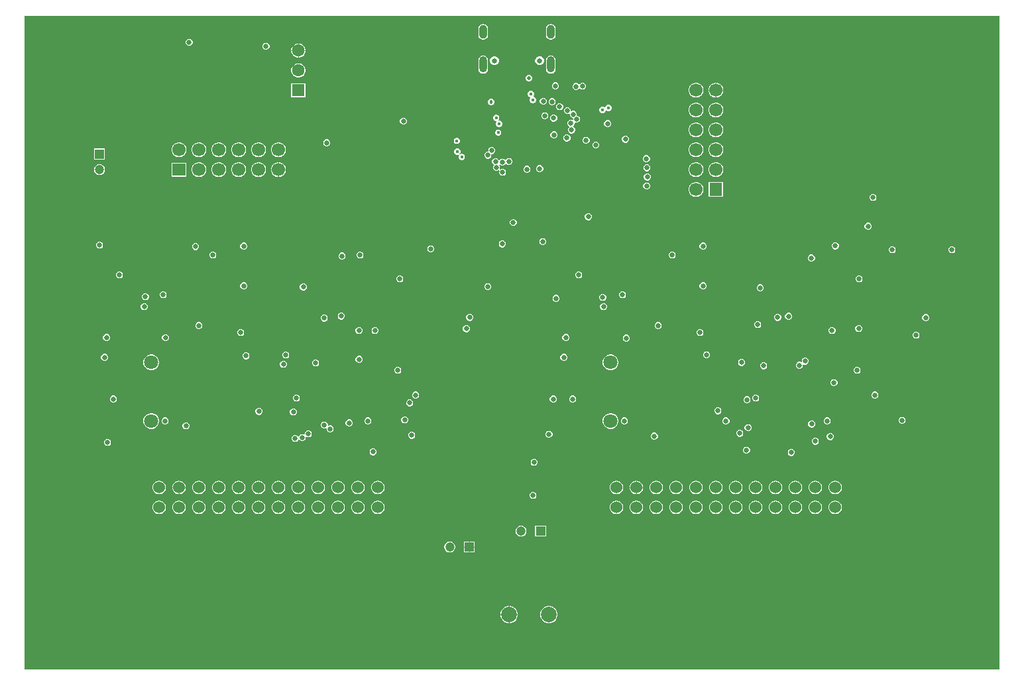
<source format=gbr>
%TF.GenerationSoftware,Altium Limited,Altium Designer,24.8.2 (39)*%
G04 Layer_Physical_Order=2*
G04 Layer_Color=36540*
%FSLAX45Y45*%
%MOMM*%
%TF.SameCoordinates,7B02E6E7-76C9-4046-B631-68F2DAB786CE*%
%TF.FilePolarity,Positive*%
%TF.FileFunction,Copper,L2,Inr,Signal*%
%TF.Part,Single*%
G01*
G75*
%TA.AperFunction,ComponentPad*%
%ADD69R,1.20000X1.20000*%
%ADD70C,1.20000*%
%ADD71C,1.52400*%
%ADD72C,1.80000*%
%TA.AperFunction,TestPad*%
%ADD73O,1.00000X2.10000*%
%ADD74C,0.65000*%
%ADD75O,1.00000X1.80000*%
%TA.AperFunction,ComponentPad*%
%ADD76R,1.20000X1.20000*%
%ADD77C,2.00000*%
%ADD78C,1.60000*%
%ADD79R,1.60000X1.60000*%
%ADD80C,1.70000*%
%ADD81R,1.70000X1.60000*%
%ADD82R,1.60000X1.70000*%
%TA.AperFunction,ViaPad*%
%ADD83C,0.63500*%
%ADD84C,0.45000*%
%ADD85C,0.60960*%
%ADD86C,0.45720*%
%ADD87C,0.50800*%
G36*
X12479614Y20391D02*
X20391D01*
Y8379610D01*
X12479614D01*
Y20391D01*
D02*
G37*
%LPC*%
G36*
X6746000Y8277088D02*
X6722527Y8272419D01*
X6702627Y8259123D01*
X6689330Y8239223D01*
X6684661Y8215750D01*
Y8135750D01*
X6689330Y8112277D01*
X6702627Y8092377D01*
X6722527Y8079081D01*
X6746000Y8074412D01*
X6769473Y8079081D01*
X6789373Y8092377D01*
X6802669Y8112277D01*
X6807338Y8135750D01*
Y8215750D01*
X6802669Y8239223D01*
X6789373Y8259123D01*
X6769473Y8272419D01*
X6746000Y8277088D01*
D02*
G37*
G36*
X5882000D02*
X5858527Y8272419D01*
X5838627Y8259123D01*
X5825330Y8239223D01*
X5820661Y8215750D01*
Y8135750D01*
X5825330Y8112277D01*
X5838627Y8092377D01*
X5858527Y8079081D01*
X5882000Y8074412D01*
X5905473Y8079081D01*
X5925373Y8092377D01*
X5938669Y8112277D01*
X5943338Y8135750D01*
Y8215750D01*
X5938669Y8239223D01*
X5925373Y8259123D01*
X5905473Y8272419D01*
X5882000Y8277088D01*
D02*
G37*
G36*
X2134822Y8086090D02*
X2117138D01*
X2100801Y8079323D01*
X2088297Y8066819D01*
X2081530Y8050482D01*
Y8032798D01*
X2088297Y8016461D01*
X2100801Y8003957D01*
X2117138Y7997190D01*
X2134822D01*
X2151159Y8003957D01*
X2163663Y8016461D01*
X2170430Y8032798D01*
Y8050482D01*
X2163663Y8066819D01*
X2151159Y8079323D01*
X2134822Y8086090D01*
D02*
G37*
G36*
X3115262Y8035290D02*
X3097578D01*
X3081241Y8028523D01*
X3068737Y8016019D01*
X3061970Y7999682D01*
Y7981998D01*
X3068737Y7965661D01*
X3081241Y7953157D01*
X3097578Y7946390D01*
X3115262D01*
X3131599Y7953157D01*
X3144103Y7965661D01*
X3150870Y7981998D01*
Y7999682D01*
X3144103Y8016019D01*
X3131599Y8028523D01*
X3115262Y8035290D01*
D02*
G37*
G36*
X3531870Y8028160D02*
X3525080D01*
Y7943080D01*
X3610160D01*
Y7949870D01*
X3604016Y7972800D01*
X3592146Y7993360D01*
X3575360Y8010146D01*
X3554800Y8022016D01*
X3531870Y8028160D01*
D02*
G37*
G36*
X3514920D02*
X3508130D01*
X3485200Y8022016D01*
X3464641Y8010146D01*
X3447854Y7993360D01*
X3435984Y7972800D01*
X3429840Y7949870D01*
Y7943080D01*
X3514920D01*
Y8028160D01*
D02*
G37*
G36*
X3610160Y7932920D02*
X3525080D01*
Y7847840D01*
X3531870D01*
X3554800Y7853985D01*
X3575360Y7865854D01*
X3592146Y7882641D01*
X3604016Y7903200D01*
X3610160Y7926130D01*
Y7932920D01*
D02*
G37*
G36*
X3514920D02*
X3429840D01*
Y7926130D01*
X3435984Y7903200D01*
X3447854Y7882641D01*
X3464641Y7865854D01*
X3485200Y7853985D01*
X3508130Y7847840D01*
X3514920D01*
Y7932920D01*
D02*
G37*
G36*
X6614437Y7865250D02*
X6591562D01*
X6570429Y7856496D01*
X6554254Y7840321D01*
X6545500Y7819187D01*
Y7796313D01*
X6554254Y7775179D01*
X6570429Y7759004D01*
X6591562Y7750250D01*
X6614437D01*
X6635571Y7759004D01*
X6651746Y7775179D01*
X6660500Y7796313D01*
Y7819187D01*
X6651746Y7840321D01*
X6635571Y7856496D01*
X6614437Y7865250D01*
D02*
G37*
G36*
X6036437D02*
X6013563D01*
X5992429Y7856496D01*
X5976254Y7840321D01*
X5967500Y7819187D01*
Y7796313D01*
X5976254Y7775179D01*
X5992429Y7759004D01*
X6013563Y7750250D01*
X6036437D01*
X6057571Y7759004D01*
X6073746Y7775179D01*
X6082500Y7796313D01*
Y7819187D01*
X6073746Y7840321D01*
X6057571Y7856496D01*
X6036437Y7865250D01*
D02*
G37*
G36*
X6746000Y7874089D02*
X6722527Y7869420D01*
X6702627Y7856123D01*
X6689330Y7836223D01*
X6684661Y7812750D01*
Y7702750D01*
X6689330Y7679277D01*
X6702627Y7659377D01*
X6722527Y7646080D01*
X6746000Y7641411D01*
X6769473Y7646080D01*
X6789373Y7659377D01*
X6802669Y7679277D01*
X6807338Y7702750D01*
Y7812750D01*
X6802669Y7836223D01*
X6789373Y7856123D01*
X6769473Y7869420D01*
X6746000Y7874089D01*
D02*
G37*
G36*
X5882000D02*
X5858527Y7869420D01*
X5838627Y7856123D01*
X5825330Y7836223D01*
X5820661Y7812750D01*
Y7702750D01*
X5825330Y7679277D01*
X5838627Y7659377D01*
X5858527Y7646080D01*
X5882000Y7641411D01*
X5905473Y7646080D01*
X5925373Y7659377D01*
X5938669Y7679277D01*
X5943338Y7702750D01*
Y7812750D01*
X5938669Y7836223D01*
X5925373Y7856123D01*
X5905473Y7869420D01*
X5882000Y7874089D01*
D02*
G37*
G36*
X3531870Y7774160D02*
X3508130D01*
X3485200Y7768016D01*
X3464641Y7756146D01*
X3447854Y7739360D01*
X3435984Y7718800D01*
X3429840Y7695870D01*
Y7672130D01*
X3435984Y7649200D01*
X3447854Y7628641D01*
X3464641Y7611854D01*
X3485200Y7599985D01*
X3508130Y7593840D01*
X3531870D01*
X3554800Y7599985D01*
X3575360Y7611854D01*
X3592146Y7628641D01*
X3604016Y7649200D01*
X3610160Y7672130D01*
Y7695870D01*
X3604016Y7718800D01*
X3592146Y7739360D01*
X3575360Y7756146D01*
X3554800Y7768016D01*
X3531870Y7774160D01*
D02*
G37*
G36*
X6474357Y7622400D02*
X6458444D01*
X6443742Y7616310D01*
X6432490Y7605058D01*
X6426400Y7590357D01*
Y7574444D01*
X6432490Y7559742D01*
X6443742Y7548490D01*
X6458444Y7542400D01*
X6474357D01*
X6489058Y7548490D01*
X6500310Y7559742D01*
X6506400Y7574444D01*
Y7590357D01*
X6500310Y7605058D01*
X6489058Y7616310D01*
X6474357Y7622400D01*
D02*
G37*
G36*
X7158942Y7524750D02*
X7141258D01*
X7124921Y7517983D01*
X7113471Y7506533D01*
X7110684Y7505479D01*
X7101421Y7505481D01*
X7091459Y7515443D01*
X7075122Y7522210D01*
X7057438D01*
X7041101Y7515443D01*
X7028597Y7502939D01*
X7021830Y7486602D01*
Y7468918D01*
X7028597Y7452581D01*
X7041101Y7440077D01*
X7057438Y7433310D01*
X7075122D01*
X7091459Y7440077D01*
X7102909Y7451527D01*
X7105696Y7452581D01*
X7114959Y7452579D01*
X7124921Y7442617D01*
X7141258Y7435850D01*
X7158942D01*
X7175279Y7442617D01*
X7187783Y7455121D01*
X7194550Y7471458D01*
Y7489142D01*
X7187783Y7505479D01*
X7175279Y7517983D01*
X7158942Y7524750D01*
D02*
G37*
G36*
X6813062Y7529766D02*
X6795378D01*
X6779041Y7522999D01*
X6766537Y7510495D01*
X6759770Y7494158D01*
Y7476475D01*
X6766537Y7460137D01*
X6779041Y7447634D01*
X6795378Y7440866D01*
X6813062D01*
X6829399Y7447634D01*
X6841903Y7460137D01*
X6848670Y7476475D01*
Y7494158D01*
X6841903Y7510495D01*
X6829399Y7522999D01*
X6813062Y7529766D01*
D02*
G37*
G36*
X8866528Y7525160D02*
X8859080D01*
Y7435080D01*
X8949160D01*
Y7442528D01*
X8942675Y7466731D01*
X8930147Y7488430D01*
X8912430Y7506147D01*
X8890731Y7518675D01*
X8866528Y7525160D01*
D02*
G37*
G36*
X8848920D02*
X8841472D01*
X8817270Y7518675D01*
X8795570Y7506147D01*
X8777853Y7488430D01*
X8765325Y7466731D01*
X8758840Y7442528D01*
Y7435080D01*
X8848920D01*
Y7525160D01*
D02*
G37*
G36*
X3610160Y7520160D02*
X3429840D01*
Y7339840D01*
X3610160D01*
Y7520160D01*
D02*
G37*
G36*
X8949160Y7424920D02*
X8859080D01*
Y7334840D01*
X8866528D01*
X8890731Y7341325D01*
X8912430Y7353853D01*
X8930147Y7371570D01*
X8942675Y7393270D01*
X8949160Y7417472D01*
Y7424920D01*
D02*
G37*
G36*
X8848920D02*
X8758840D01*
Y7417472D01*
X8765325Y7393270D01*
X8777853Y7371570D01*
X8795570Y7353853D01*
X8817270Y7341325D01*
X8841472Y7334840D01*
X8848920D01*
Y7424920D01*
D02*
G37*
G36*
X8612528Y7525160D02*
X8587472D01*
X8563270Y7518675D01*
X8541570Y7506147D01*
X8523853Y7488430D01*
X8511325Y7466731D01*
X8504840Y7442528D01*
Y7417472D01*
X8511325Y7393270D01*
X8523853Y7371570D01*
X8541570Y7353853D01*
X8563270Y7341325D01*
X8587472Y7334840D01*
X8612528D01*
X8636731Y7341325D01*
X8658430Y7353853D01*
X8676147Y7371570D01*
X8688675Y7393270D01*
X8695160Y7417472D01*
Y7442528D01*
X8688675Y7466731D01*
X8676147Y7488430D01*
X8658430Y7506147D01*
X8636731Y7518675D01*
X8612528Y7525160D01*
D02*
G37*
G36*
X6499757Y7419200D02*
X6483844D01*
X6469142Y7413110D01*
X6457890Y7401858D01*
X6451800Y7387157D01*
Y7371244D01*
X6457890Y7356542D01*
X6469142Y7345290D01*
X6482867Y7339605D01*
X6485002Y7335040D01*
X6486672Y7329040D01*
X6483290Y7325658D01*
X6477200Y7310957D01*
Y7295044D01*
X6483290Y7280342D01*
X6494542Y7269090D01*
X6509244Y7263000D01*
X6525157D01*
X6539858Y7269090D01*
X6551110Y7280342D01*
X6557200Y7295044D01*
Y7310957D01*
X6551110Y7325658D01*
X6539858Y7336910D01*
X6526133Y7342596D01*
X6523999Y7347160D01*
X6522328Y7353160D01*
X6525710Y7356542D01*
X6531800Y7371244D01*
Y7387157D01*
X6525710Y7401858D01*
X6514458Y7413110D01*
X6499757Y7419200D01*
D02*
G37*
G36*
X6658122Y7332210D02*
X6640438D01*
X6624101Y7325443D01*
X6611597Y7312939D01*
X6604830Y7296602D01*
Y7278918D01*
X6611597Y7262581D01*
X6624101Y7250077D01*
X6640438Y7243310D01*
X6658122D01*
X6674459Y7250077D01*
X6686963Y7262581D01*
X6693730Y7278918D01*
Y7296602D01*
X6686963Y7312939D01*
X6674459Y7325443D01*
X6658122Y7332210D01*
D02*
G37*
G36*
X6772422Y7327130D02*
X6754738D01*
X6738401Y7320363D01*
X6725897Y7307859D01*
X6719130Y7291522D01*
Y7273838D01*
X6725897Y7257501D01*
X6738401Y7244997D01*
X6754738Y7238230D01*
X6772422D01*
X6788759Y7244997D01*
X6801263Y7257501D01*
X6808030Y7273838D01*
Y7291522D01*
X6801263Y7307859D01*
X6788759Y7320363D01*
X6772422Y7327130D01*
D02*
G37*
G36*
X5991757Y7317600D02*
X5975844D01*
X5961142Y7311510D01*
X5949890Y7300258D01*
X5943800Y7285557D01*
Y7269644D01*
X5949890Y7254942D01*
X5961142Y7243690D01*
X5975844Y7237600D01*
X5991757D01*
X6006458Y7243690D01*
X6017710Y7254942D01*
X6023800Y7269644D01*
Y7285557D01*
X6017710Y7300258D01*
X6006458Y7311510D01*
X5991757Y7317600D01*
D02*
G37*
G36*
X7490357Y7241400D02*
X7474444D01*
X7459742Y7235310D01*
X7448490Y7224058D01*
X7442805Y7210333D01*
X7438240Y7208199D01*
X7432240Y7206528D01*
X7428858Y7209910D01*
X7414157Y7216000D01*
X7398244D01*
X7383542Y7209910D01*
X7372290Y7198658D01*
X7366200Y7183957D01*
Y7168044D01*
X7372290Y7153342D01*
X7383542Y7142090D01*
X7398244Y7136000D01*
X7414157D01*
X7428858Y7142090D01*
X7440110Y7153342D01*
X7445796Y7167067D01*
X7450360Y7169202D01*
X7456360Y7170872D01*
X7459742Y7167490D01*
X7474444Y7161400D01*
X7490357D01*
X7505058Y7167490D01*
X7516310Y7178742D01*
X7522400Y7193444D01*
Y7209357D01*
X7516310Y7224058D01*
X7505058Y7235310D01*
X7490357Y7241400D01*
D02*
G37*
G36*
X6866402Y7263630D02*
X6848718D01*
X6832381Y7256863D01*
X6819877Y7244359D01*
X6813110Y7228022D01*
Y7210338D01*
X6819877Y7194001D01*
X6832381Y7181497D01*
X6848718Y7174730D01*
X6866402D01*
X6882739Y7181497D01*
X6895243Y7194001D01*
X6902010Y7210338D01*
Y7228022D01*
X6895243Y7244359D01*
X6882739Y7256863D01*
X6866402Y7263630D01*
D02*
G37*
G36*
X8866528Y7271160D02*
X8841472D01*
X8817270Y7264675D01*
X8795570Y7252147D01*
X8777853Y7234430D01*
X8765325Y7212731D01*
X8758840Y7188528D01*
Y7163472D01*
X8765325Y7139270D01*
X8777853Y7117570D01*
X8795570Y7099853D01*
X8817270Y7087325D01*
X8841472Y7080840D01*
X8866528D01*
X8890731Y7087325D01*
X8912430Y7099853D01*
X8930147Y7117570D01*
X8942675Y7139270D01*
X8949160Y7163472D01*
Y7188528D01*
X8942675Y7212731D01*
X8930147Y7234430D01*
X8912430Y7252147D01*
X8890731Y7264675D01*
X8866528Y7271160D01*
D02*
G37*
G36*
X8612528D02*
X8587472D01*
X8563270Y7264675D01*
X8541570Y7252147D01*
X8523853Y7234430D01*
X8511325Y7212731D01*
X8504840Y7188528D01*
Y7163472D01*
X8511325Y7139270D01*
X8523853Y7117570D01*
X8541570Y7099853D01*
X8563270Y7087325D01*
X8587472Y7080840D01*
X8612528D01*
X8636731Y7087325D01*
X8658430Y7099853D01*
X8676147Y7117570D01*
X8688675Y7139270D01*
X8695160Y7163472D01*
Y7188528D01*
X8688675Y7212731D01*
X8676147Y7234430D01*
X8658430Y7252147D01*
X8636731Y7264675D01*
X8612528Y7271160D01*
D02*
G37*
G36*
X6678442Y7146790D02*
X6660758D01*
X6644421Y7140023D01*
X6631917Y7127519D01*
X6625150Y7111182D01*
Y7093498D01*
X6631917Y7077161D01*
X6644421Y7064657D01*
X6660758Y7057890D01*
X6678442D01*
X6694779Y7064657D01*
X6707283Y7077161D01*
X6714050Y7093498D01*
Y7111182D01*
X6707283Y7127519D01*
X6694779Y7140023D01*
X6678442Y7146790D01*
D02*
G37*
G36*
X6964947Y7213345D02*
X6947263D01*
X6930926Y7206578D01*
X6918422Y7194074D01*
X6911655Y7177737D01*
Y7160053D01*
X6918422Y7143716D01*
X6930926Y7131212D01*
X6947263Y7124445D01*
X6964947D01*
X6977648Y7129706D01*
X6986686Y7124944D01*
X6987737Y7123725D01*
Y7111851D01*
X6994504Y7095514D01*
X7007008Y7083010D01*
X7023345Y7076243D01*
X7026467D01*
X7032111Y7067795D01*
X7031990Y7067502D01*
Y7054846D01*
X7022539Y7048106D01*
X7011182Y7052810D01*
X6993498D01*
X6977161Y7046043D01*
X6964657Y7033539D01*
X6957890Y7017202D01*
Y6999518D01*
X6964657Y6983181D01*
X6977161Y6970677D01*
X6983670Y6967981D01*
X6984525Y6962553D01*
X6984343Y6956705D01*
X6972792Y6945154D01*
X6966025Y6928817D01*
Y6911133D01*
X6972792Y6894796D01*
X6985296Y6882292D01*
X7001633Y6875525D01*
X7019317D01*
X7035654Y6882292D01*
X7048158Y6894796D01*
X7054925Y6911133D01*
Y6928817D01*
X7048158Y6945154D01*
X7035654Y6957658D01*
X7029145Y6960354D01*
X7028290Y6965782D01*
X7028472Y6971630D01*
X7040023Y6983181D01*
X7046790Y6999518D01*
Y7012174D01*
X7056241Y7018915D01*
X7067598Y7014210D01*
X7085282D01*
X7101619Y7020977D01*
X7114123Y7033481D01*
X7120890Y7049818D01*
Y7067502D01*
X7114123Y7083839D01*
X7101619Y7096343D01*
X7085282Y7103110D01*
X7082160D01*
X7076515Y7111558D01*
X7076637Y7111851D01*
Y7129535D01*
X7069870Y7145872D01*
X7057366Y7158376D01*
X7041029Y7165143D01*
X7023345D01*
X7010644Y7159882D01*
X7001606Y7164644D01*
X7000555Y7165863D01*
Y7177737D01*
X6993788Y7194074D01*
X6981284Y7206578D01*
X6964947Y7213345D01*
D02*
G37*
G36*
X6790202Y7116310D02*
X6772518D01*
X6756181Y7109543D01*
X6743677Y7097039D01*
X6736910Y7080702D01*
Y7063018D01*
X6743677Y7046681D01*
X6756181Y7034177D01*
X6772518Y7027410D01*
X6790202D01*
X6806539Y7034177D01*
X6819043Y7046681D01*
X6825810Y7063018D01*
Y7080702D01*
X6819043Y7097039D01*
X6806539Y7109543D01*
X6790202Y7116310D01*
D02*
G37*
G36*
X4870402Y7077710D02*
X4852718D01*
X4836381Y7070943D01*
X4823877Y7058439D01*
X4817110Y7042102D01*
Y7024418D01*
X4823877Y7008081D01*
X4836381Y6995577D01*
X4852718Y6988810D01*
X4870402D01*
X4886739Y6995577D01*
X4899243Y7008081D01*
X4906010Y7024418D01*
Y7042102D01*
X4899243Y7058439D01*
X4886739Y7070943D01*
X4870402Y7077710D01*
D02*
G37*
G36*
X7478542Y7047730D02*
X7460858D01*
X7444521Y7040963D01*
X7432017Y7028459D01*
X7425250Y7012122D01*
Y6994438D01*
X7432017Y6978101D01*
X7444521Y6965597D01*
X7460858Y6958830D01*
X7478542D01*
X7494879Y6965597D01*
X7507383Y6978101D01*
X7514150Y6994438D01*
Y7012122D01*
X7507383Y7028459D01*
X7494879Y7040963D01*
X7478542Y7047730D01*
D02*
G37*
G36*
X6055257Y7114400D02*
X6039344D01*
X6024642Y7108310D01*
X6013390Y7097058D01*
X6007300Y7082357D01*
Y7066444D01*
X6013390Y7051742D01*
X6024642Y7040490D01*
X6039344Y7034400D01*
X6050663D01*
X6054872Y7024240D01*
X6051490Y7020858D01*
X6045400Y7006157D01*
Y6990244D01*
X6051490Y6975542D01*
X6062742Y6964290D01*
X6077444Y6958200D01*
X6093357D01*
X6108058Y6964290D01*
X6119310Y6975542D01*
X6125400Y6990244D01*
Y7006157D01*
X6119310Y7020858D01*
X6108058Y7032110D01*
X6093357Y7038200D01*
X6082037D01*
X6077828Y7048360D01*
X6081210Y7051742D01*
X6087300Y7066444D01*
Y7082357D01*
X6081210Y7097058D01*
X6069958Y7108310D01*
X6055257Y7114400D01*
D02*
G37*
G36*
X6080657Y6926068D02*
X6064744D01*
X6050042Y6919978D01*
X6038790Y6908726D01*
X6032700Y6894024D01*
Y6878111D01*
X6038790Y6863410D01*
X6050042Y6852157D01*
X6064744Y6846068D01*
X6080657D01*
X6095358Y6852157D01*
X6106610Y6863410D01*
X6112700Y6878111D01*
Y6894024D01*
X6106610Y6908726D01*
X6095358Y6919978D01*
X6080657Y6926068D01*
D02*
G37*
G36*
X8866528Y7017160D02*
X8841472D01*
X8817270Y7010675D01*
X8795570Y6998147D01*
X8777853Y6980430D01*
X8765325Y6958731D01*
X8758840Y6934528D01*
Y6909472D01*
X8765325Y6885270D01*
X8777853Y6863570D01*
X8795570Y6845853D01*
X8817270Y6833325D01*
X8841472Y6826840D01*
X8866528D01*
X8890731Y6833325D01*
X8912430Y6845853D01*
X8930147Y6863570D01*
X8942675Y6885270D01*
X8949160Y6909472D01*
Y6934528D01*
X8942675Y6958731D01*
X8930147Y6980430D01*
X8912430Y6998147D01*
X8890731Y7010675D01*
X8866528Y7017160D01*
D02*
G37*
G36*
X8612528D02*
X8587472D01*
X8563270Y7010675D01*
X8541570Y6998147D01*
X8523853Y6980430D01*
X8511325Y6958731D01*
X8504840Y6934528D01*
Y6909472D01*
X8511325Y6885270D01*
X8523853Y6863570D01*
X8541570Y6845853D01*
X8563270Y6833325D01*
X8587472Y6826840D01*
X8612528D01*
X8636731Y6833325D01*
X8658430Y6845853D01*
X8676147Y6863570D01*
X8688675Y6885270D01*
X8695160Y6909472D01*
Y6934528D01*
X8688675Y6958731D01*
X8676147Y6980430D01*
X8658430Y6998147D01*
X8636731Y7010675D01*
X8612528Y7017160D01*
D02*
G37*
G36*
X6793384Y6902308D02*
X6775700D01*
X6759363Y6895541D01*
X6746859Y6883037D01*
X6740092Y6866700D01*
Y6849017D01*
X6746859Y6832680D01*
X6759363Y6820176D01*
X6775700Y6813408D01*
X6793384D01*
X6809721Y6820176D01*
X6822225Y6832680D01*
X6828992Y6849017D01*
Y6866700D01*
X6822225Y6883037D01*
X6809721Y6895541D01*
X6793384Y6902308D01*
D02*
G37*
G36*
X6960382Y6862310D02*
X6942698D01*
X6926361Y6855543D01*
X6913857Y6843039D01*
X6907090Y6826702D01*
Y6809018D01*
X6913857Y6792681D01*
X6926361Y6780177D01*
X6942698Y6773410D01*
X6960382D01*
X6976719Y6780177D01*
X6989223Y6792681D01*
X6995990Y6809018D01*
Y6826702D01*
X6989223Y6843039D01*
X6976719Y6855543D01*
X6960382Y6862310D01*
D02*
G37*
G36*
X7707142Y6847070D02*
X7689458D01*
X7673121Y6840303D01*
X7660617Y6827799D01*
X7653850Y6811462D01*
Y6793778D01*
X7660617Y6777441D01*
X7673121Y6764937D01*
X7689458Y6758170D01*
X7707142D01*
X7723479Y6764937D01*
X7735983Y6777441D01*
X7742750Y6793778D01*
Y6811462D01*
X7735983Y6827799D01*
X7723479Y6840303D01*
X7707142Y6847070D01*
D02*
G37*
G36*
X7204662Y6833870D02*
X7186978D01*
X7170641Y6827103D01*
X7158137Y6814599D01*
X7151370Y6798262D01*
Y6780578D01*
X7158137Y6764241D01*
X7170641Y6751737D01*
X7186978Y6744970D01*
X7204662D01*
X7220999Y6751737D01*
X7233503Y6764241D01*
X7240270Y6780578D01*
Y6798262D01*
X7233503Y6814599D01*
X7220999Y6827103D01*
X7204662Y6833870D01*
D02*
G37*
G36*
X5552337Y6822300D02*
X5536424D01*
X5521722Y6816210D01*
X5510470Y6804958D01*
X5504380Y6790257D01*
Y6774344D01*
X5510470Y6759642D01*
X5521722Y6748390D01*
X5536424Y6742300D01*
X5552337D01*
X5567038Y6748390D01*
X5578290Y6759642D01*
X5584380Y6774344D01*
Y6790257D01*
X5578290Y6804958D01*
X5567038Y6816210D01*
X5552337Y6822300D01*
D02*
G37*
G36*
X3890775Y6800733D02*
X3873091D01*
X3856754Y6793966D01*
X3844250Y6781462D01*
X3837483Y6765125D01*
Y6747442D01*
X3844250Y6731105D01*
X3856754Y6718601D01*
X3873091Y6711833D01*
X3890775D01*
X3907112Y6718601D01*
X3919615Y6731105D01*
X3926383Y6747442D01*
Y6765125D01*
X3919615Y6781462D01*
X3907112Y6793966D01*
X3890775Y6800733D01*
D02*
G37*
G36*
X7329122Y6772910D02*
X7311438D01*
X7295101Y6766143D01*
X7282597Y6753639D01*
X7275830Y6737302D01*
Y6719618D01*
X7282597Y6703281D01*
X7295101Y6690777D01*
X7311438Y6684010D01*
X7329122D01*
X7345459Y6690777D01*
X7357963Y6703281D01*
X7364730Y6719618D01*
Y6737302D01*
X7357963Y6753639D01*
X7345459Y6766143D01*
X7329122Y6772910D01*
D02*
G37*
G36*
X8866528Y6763160D02*
X8841472D01*
X8817270Y6756675D01*
X8795570Y6744147D01*
X8777853Y6726430D01*
X8765325Y6704731D01*
X8758840Y6680528D01*
Y6655472D01*
X8765325Y6631270D01*
X8777853Y6609570D01*
X8795570Y6591853D01*
X8817270Y6579325D01*
X8841472Y6572840D01*
X8866528D01*
X8890731Y6579325D01*
X8912430Y6591853D01*
X8930147Y6609570D01*
X8942675Y6631270D01*
X8949160Y6655472D01*
Y6680528D01*
X8942675Y6704731D01*
X8930147Y6726430D01*
X8912430Y6744147D01*
X8890731Y6756675D01*
X8866528Y6763160D01*
D02*
G37*
G36*
X8612528D02*
X8587472D01*
X8563270Y6756675D01*
X8541570Y6744147D01*
X8523853Y6726430D01*
X8511325Y6704731D01*
X8504840Y6680528D01*
Y6655472D01*
X8511325Y6631270D01*
X8523853Y6609570D01*
X8541570Y6591853D01*
X8563270Y6579325D01*
X8587472Y6572840D01*
X8612528D01*
X8636731Y6579325D01*
X8658430Y6591853D01*
X8676147Y6609570D01*
X8688675Y6631270D01*
X8695160Y6655472D01*
Y6680528D01*
X8688675Y6704731D01*
X8676147Y6726430D01*
X8658430Y6744147D01*
X8636731Y6756675D01*
X8612528Y6763160D01*
D02*
G37*
G36*
X3278528D02*
X3253472D01*
X3229270Y6756675D01*
X3207570Y6744147D01*
X3189853Y6726430D01*
X3177325Y6704731D01*
X3170840Y6680528D01*
Y6655472D01*
X3177325Y6631270D01*
X3189853Y6609570D01*
X3207570Y6591853D01*
X3229270Y6579325D01*
X3253472Y6572840D01*
X3278528D01*
X3302731Y6579325D01*
X3324430Y6591853D01*
X3342147Y6609570D01*
X3354675Y6631270D01*
X3361160Y6655472D01*
Y6680528D01*
X3354675Y6704731D01*
X3342147Y6726430D01*
X3324430Y6744147D01*
X3302731Y6756675D01*
X3278528Y6763160D01*
D02*
G37*
G36*
X3024528D02*
X2999472D01*
X2975270Y6756675D01*
X2953570Y6744147D01*
X2935853Y6726430D01*
X2923325Y6704731D01*
X2916840Y6680528D01*
Y6655472D01*
X2923325Y6631270D01*
X2935853Y6609570D01*
X2953570Y6591853D01*
X2975270Y6579325D01*
X2999472Y6572840D01*
X3024528D01*
X3048731Y6579325D01*
X3070430Y6591853D01*
X3088147Y6609570D01*
X3100675Y6631270D01*
X3107160Y6655472D01*
Y6680528D01*
X3100675Y6704731D01*
X3088147Y6726430D01*
X3070430Y6744147D01*
X3048731Y6756675D01*
X3024528Y6763160D01*
D02*
G37*
G36*
X2770528D02*
X2745472D01*
X2721270Y6756675D01*
X2699570Y6744147D01*
X2681853Y6726430D01*
X2669325Y6704731D01*
X2662840Y6680528D01*
Y6655472D01*
X2669325Y6631270D01*
X2681853Y6609570D01*
X2699570Y6591853D01*
X2721270Y6579325D01*
X2745472Y6572840D01*
X2770528D01*
X2794731Y6579325D01*
X2816430Y6591853D01*
X2834147Y6609570D01*
X2846675Y6631270D01*
X2853160Y6655472D01*
Y6680528D01*
X2846675Y6704731D01*
X2834147Y6726430D01*
X2816430Y6744147D01*
X2794731Y6756675D01*
X2770528Y6763160D01*
D02*
G37*
G36*
X2516528D02*
X2491472D01*
X2467270Y6756675D01*
X2445570Y6744147D01*
X2427853Y6726430D01*
X2415325Y6704731D01*
X2408840Y6680528D01*
Y6655472D01*
X2415325Y6631270D01*
X2427853Y6609570D01*
X2445570Y6591853D01*
X2467270Y6579325D01*
X2491472Y6572840D01*
X2516528D01*
X2540731Y6579325D01*
X2562430Y6591853D01*
X2580147Y6609570D01*
X2592675Y6631270D01*
X2599160Y6655472D01*
Y6680528D01*
X2592675Y6704731D01*
X2580147Y6726430D01*
X2562430Y6744147D01*
X2540731Y6756675D01*
X2516528Y6763160D01*
D02*
G37*
G36*
X2262528D02*
X2237472D01*
X2213270Y6756675D01*
X2191570Y6744147D01*
X2173853Y6726430D01*
X2161325Y6704731D01*
X2154840Y6680528D01*
Y6655472D01*
X2161325Y6631270D01*
X2173853Y6609570D01*
X2191570Y6591853D01*
X2213270Y6579325D01*
X2237472Y6572840D01*
X2262528D01*
X2286731Y6579325D01*
X2308430Y6591853D01*
X2326147Y6609570D01*
X2338675Y6631270D01*
X2345160Y6655472D01*
Y6680528D01*
X2338675Y6704731D01*
X2326147Y6726430D01*
X2308430Y6744147D01*
X2286731Y6756675D01*
X2262528Y6763160D01*
D02*
G37*
G36*
X2008528D02*
X1983472D01*
X1959270Y6756675D01*
X1937570Y6744147D01*
X1919853Y6726430D01*
X1907325Y6704731D01*
X1900840Y6680528D01*
Y6655472D01*
X1907325Y6631270D01*
X1919853Y6609570D01*
X1937570Y6591853D01*
X1959270Y6579325D01*
X1983472Y6572840D01*
X2008528D01*
X2032731Y6579325D01*
X2054430Y6591853D01*
X2072147Y6609570D01*
X2084675Y6631270D01*
X2091160Y6655472D01*
Y6680528D01*
X2084675Y6704731D01*
X2072147Y6726430D01*
X2054430Y6744147D01*
X2032731Y6756675D01*
X2008528Y6763160D01*
D02*
G37*
G36*
X5999112Y6702410D02*
X5981428D01*
X5965091Y6695643D01*
X5952587Y6683139D01*
X5945820Y6666802D01*
Y6649119D01*
X5941810Y6643117D01*
X5933565D01*
X5917228Y6636350D01*
X5904725Y6623846D01*
X5897957Y6607509D01*
Y6589826D01*
X5904725Y6573489D01*
X5917228Y6560985D01*
X5933565Y6554217D01*
X5951249D01*
X5967586Y6560985D01*
X5980090Y6573489D01*
X5986857Y6589826D01*
Y6607509D01*
X5990867Y6613510D01*
X5999112D01*
X6015449Y6620277D01*
X6027953Y6632781D01*
X6034720Y6649118D01*
Y6666802D01*
X6027953Y6683139D01*
X6015449Y6695643D01*
X5999112Y6702410D01*
D02*
G37*
G36*
X1050160Y6684160D02*
X909840D01*
Y6543840D01*
X1050160D01*
Y6684160D01*
D02*
G37*
G36*
X6216162Y6562590D02*
X6198478D01*
X6182141Y6555823D01*
X6169638Y6543319D01*
X6157897Y6541525D01*
X6151219Y6548203D01*
X6134882Y6554970D01*
X6117198D01*
X6100861Y6548203D01*
X6090219Y6537561D01*
X6081998Y6537787D01*
X6078677Y6538877D01*
X6077363Y6542049D01*
X6064859Y6554553D01*
X6048522Y6561320D01*
X6030838D01*
X6014501Y6554553D01*
X6001997Y6542049D01*
X5995230Y6525712D01*
Y6508028D01*
X6001997Y6491691D01*
X6014501Y6479187D01*
X6014870Y6479035D01*
X6016852Y6469070D01*
X6014697Y6466915D01*
X6007930Y6450578D01*
Y6432894D01*
X6014697Y6416557D01*
X6027201Y6404053D01*
X6043538Y6397286D01*
X6061222D01*
X6077559Y6404053D01*
X6080067Y6406561D01*
X6088680Y6400806D01*
X6084130Y6389822D01*
Y6372138D01*
X6090897Y6355801D01*
X6103401Y6343297D01*
X6119738Y6336530D01*
X6137422D01*
X6153759Y6343297D01*
X6166263Y6355801D01*
X6173030Y6372138D01*
Y6389822D01*
X6166263Y6406159D01*
X6153759Y6418663D01*
X6137422Y6425430D01*
X6119738D01*
X6103401Y6418663D01*
X6100893Y6416155D01*
X6092280Y6421910D01*
X6096830Y6432894D01*
Y6450578D01*
X6090063Y6466915D01*
X6080015Y6476962D01*
X6081669Y6482837D01*
X6090672Y6483026D01*
X6100861Y6472837D01*
X6117198Y6466070D01*
X6134882D01*
X6151219Y6472837D01*
X6163722Y6485341D01*
X6175463Y6487136D01*
X6182141Y6480457D01*
X6198478Y6473690D01*
X6216162D01*
X6232499Y6480457D01*
X6245003Y6492961D01*
X6251770Y6509298D01*
Y6526982D01*
X6245003Y6543319D01*
X6232499Y6555823D01*
X6216162Y6562590D01*
D02*
G37*
G36*
X5557417Y6685140D02*
X5541504D01*
X5526802Y6679050D01*
X5515550Y6667798D01*
X5509460Y6653097D01*
Y6637184D01*
X5515550Y6622482D01*
X5526802Y6611230D01*
X5541504Y6605140D01*
X5557417D01*
X5571531Y6610987D01*
X5572118Y6611229D01*
X5578439Y6603689D01*
X5578264Y6603512D01*
X5573970Y6599218D01*
X5567880Y6584517D01*
Y6568604D01*
X5573970Y6553902D01*
X5585222Y6542650D01*
X5599924Y6536560D01*
X5615837D01*
X5630538Y6542650D01*
X5641790Y6553902D01*
X5647880Y6568604D01*
Y6584517D01*
X5641790Y6599218D01*
X5630538Y6610470D01*
X5615837Y6616560D01*
X5599924D01*
X5585809Y6610713D01*
X5585222Y6610471D01*
X5578901Y6618012D01*
X5579076Y6618188D01*
X5583370Y6622482D01*
X5589460Y6637184D01*
Y6653097D01*
X5583370Y6667798D01*
X5572118Y6679050D01*
X5557417Y6685140D01*
D02*
G37*
G36*
X7976382Y6598150D02*
X7958698D01*
X7942361Y6591383D01*
X7929857Y6578879D01*
X7923090Y6562542D01*
Y6544858D01*
X7929857Y6528521D01*
X7942361Y6516017D01*
X7958698Y6509250D01*
X7976382D01*
X7992719Y6516017D01*
X8005223Y6528521D01*
X8011990Y6544858D01*
Y6562542D01*
X8005223Y6578879D01*
X7992719Y6591383D01*
X7976382Y6598150D01*
D02*
G37*
G36*
X3278528Y6509160D02*
X3271080D01*
Y6419080D01*
X3361160D01*
Y6426528D01*
X3354675Y6450731D01*
X3342147Y6472430D01*
X3324430Y6490147D01*
X3302731Y6502675D01*
X3278528Y6509160D01*
D02*
G37*
G36*
X3260920D02*
X3253472D01*
X3229270Y6502675D01*
X3207570Y6490147D01*
X3189853Y6472430D01*
X3177325Y6450731D01*
X3170840Y6426528D01*
Y6419080D01*
X3260920D01*
Y6509160D01*
D02*
G37*
G36*
X7981462Y6481310D02*
X7963778D01*
X7947441Y6474543D01*
X7934937Y6462039D01*
X7928170Y6445702D01*
Y6428018D01*
X7934937Y6411681D01*
X7947441Y6399177D01*
X7963778Y6392410D01*
X7981462D01*
X7997799Y6399177D01*
X8010303Y6411681D01*
X8017070Y6428018D01*
Y6445702D01*
X8010303Y6462039D01*
X7997799Y6474543D01*
X7981462Y6481310D01*
D02*
G37*
G36*
X6612200Y6471292D02*
X6594516D01*
X6578179Y6464525D01*
X6565675Y6452021D01*
X6558908Y6435684D01*
Y6418000D01*
X6565675Y6401663D01*
X6578179Y6389159D01*
X6594516Y6382392D01*
X6612200D01*
X6628537Y6389159D01*
X6641041Y6401663D01*
X6647808Y6418000D01*
Y6435684D01*
X6641041Y6452021D01*
X6628537Y6464525D01*
X6612200Y6471292D01*
D02*
G37*
G36*
X6450282Y6463030D02*
X6432598D01*
X6416261Y6456263D01*
X6403757Y6443759D01*
X6396990Y6427422D01*
Y6409738D01*
X6403757Y6393401D01*
X6416261Y6380897D01*
X6432598Y6374130D01*
X6450282D01*
X6466619Y6380897D01*
X6479123Y6393401D01*
X6485890Y6409738D01*
Y6427422D01*
X6479123Y6443759D01*
X6466619Y6456263D01*
X6450282Y6463030D01*
D02*
G37*
G36*
X989237Y6484160D02*
X970763D01*
X952919Y6479379D01*
X936921Y6470142D01*
X923858Y6457079D01*
X914621Y6441081D01*
X909840Y6423237D01*
Y6404763D01*
X914621Y6386919D01*
X923858Y6370921D01*
X936921Y6357858D01*
X952919Y6348622D01*
X970763Y6343840D01*
X989237D01*
X1007081Y6348622D01*
X1023079Y6357858D01*
X1036142Y6370921D01*
X1045379Y6386919D01*
X1050160Y6404763D01*
Y6423237D01*
X1045379Y6441081D01*
X1036142Y6457079D01*
X1023079Y6470142D01*
X1007081Y6479379D01*
X989237Y6484160D01*
D02*
G37*
G36*
X2091160Y6504160D02*
X1900840D01*
Y6323840D01*
X2091160D01*
Y6504160D01*
D02*
G37*
G36*
X8866528Y6509160D02*
X8841472D01*
X8817270Y6502675D01*
X8795570Y6490147D01*
X8777853Y6472430D01*
X8765325Y6450731D01*
X8758840Y6426528D01*
Y6401472D01*
X8765325Y6377270D01*
X8777853Y6355570D01*
X8795570Y6337853D01*
X8817270Y6325325D01*
X8841472Y6318840D01*
X8866528D01*
X8890731Y6325325D01*
X8912430Y6337853D01*
X8930147Y6355570D01*
X8942675Y6377270D01*
X8949160Y6401472D01*
Y6426528D01*
X8942675Y6450731D01*
X8930147Y6472430D01*
X8912430Y6490147D01*
X8890731Y6502675D01*
X8866528Y6509160D01*
D02*
G37*
G36*
X8612528D02*
X8587472D01*
X8563270Y6502675D01*
X8541570Y6490147D01*
X8523853Y6472430D01*
X8511325Y6450731D01*
X8504840Y6426528D01*
Y6401472D01*
X8511325Y6377270D01*
X8523853Y6355570D01*
X8541570Y6337853D01*
X8563270Y6325325D01*
X8587472Y6318840D01*
X8612528D01*
X8636731Y6325325D01*
X8658430Y6337853D01*
X8676147Y6355570D01*
X8688675Y6377270D01*
X8695160Y6401472D01*
Y6426528D01*
X8688675Y6450731D01*
X8676147Y6472430D01*
X8658430Y6490147D01*
X8636731Y6502675D01*
X8612528Y6509160D01*
D02*
G37*
G36*
X3361160Y6408920D02*
X3271080D01*
Y6318840D01*
X3278528D01*
X3302731Y6325325D01*
X3324430Y6337853D01*
X3342147Y6355570D01*
X3354675Y6377270D01*
X3361160Y6401472D01*
Y6408920D01*
D02*
G37*
G36*
X3260920D02*
X3170840D01*
Y6401472D01*
X3177325Y6377270D01*
X3189853Y6355570D01*
X3207570Y6337853D01*
X3229270Y6325325D01*
X3253472Y6318840D01*
X3260920D01*
Y6408920D01*
D02*
G37*
G36*
X3024528Y6509160D02*
X2999472D01*
X2975270Y6502675D01*
X2953570Y6490147D01*
X2935853Y6472430D01*
X2923325Y6450731D01*
X2916840Y6426528D01*
Y6401472D01*
X2923325Y6377270D01*
X2935853Y6355570D01*
X2953570Y6337853D01*
X2975270Y6325325D01*
X2999472Y6318840D01*
X3024528D01*
X3048731Y6325325D01*
X3070430Y6337853D01*
X3088147Y6355570D01*
X3100675Y6377270D01*
X3107160Y6401472D01*
Y6426528D01*
X3100675Y6450731D01*
X3088147Y6472430D01*
X3070430Y6490147D01*
X3048731Y6502675D01*
X3024528Y6509160D01*
D02*
G37*
G36*
X2770528D02*
X2745472D01*
X2721270Y6502675D01*
X2699570Y6490147D01*
X2681853Y6472430D01*
X2669325Y6450731D01*
X2662840Y6426528D01*
Y6401472D01*
X2669325Y6377270D01*
X2681853Y6355570D01*
X2699570Y6337853D01*
X2721270Y6325325D01*
X2745472Y6318840D01*
X2770528D01*
X2794731Y6325325D01*
X2816430Y6337853D01*
X2834147Y6355570D01*
X2846675Y6377270D01*
X2853160Y6401472D01*
Y6426528D01*
X2846675Y6450731D01*
X2834147Y6472430D01*
X2816430Y6490147D01*
X2794731Y6502675D01*
X2770528Y6509160D01*
D02*
G37*
G36*
X2516528D02*
X2491472D01*
X2467270Y6502675D01*
X2445570Y6490147D01*
X2427853Y6472430D01*
X2415325Y6450731D01*
X2408840Y6426528D01*
Y6401472D01*
X2415325Y6377270D01*
X2427853Y6355570D01*
X2445570Y6337853D01*
X2467270Y6325325D01*
X2491472Y6318840D01*
X2516528D01*
X2540731Y6325325D01*
X2562430Y6337853D01*
X2580147Y6355570D01*
X2592675Y6377270D01*
X2599160Y6401472D01*
Y6426528D01*
X2592675Y6450731D01*
X2580147Y6472430D01*
X2562430Y6490147D01*
X2540731Y6502675D01*
X2516528Y6509160D01*
D02*
G37*
G36*
X2262528D02*
X2237472D01*
X2213270Y6502675D01*
X2191570Y6490147D01*
X2173853Y6472430D01*
X2161325Y6450731D01*
X2154840Y6426528D01*
Y6401472D01*
X2161325Y6377270D01*
X2173853Y6355570D01*
X2191570Y6337853D01*
X2213270Y6325325D01*
X2237472Y6318840D01*
X2262528D01*
X2286731Y6325325D01*
X2308430Y6337853D01*
X2326147Y6355570D01*
X2338675Y6377270D01*
X2345160Y6401472D01*
Y6426528D01*
X2338675Y6450731D01*
X2326147Y6472430D01*
X2308430Y6490147D01*
X2286731Y6502675D01*
X2262528Y6509160D01*
D02*
G37*
G36*
X7986542Y6364470D02*
X7968858D01*
X7952521Y6357703D01*
X7940017Y6345199D01*
X7933250Y6328862D01*
Y6311178D01*
X7940017Y6294841D01*
X7952521Y6282337D01*
X7968858Y6275570D01*
X7986542D01*
X8002879Y6282337D01*
X8015383Y6294841D01*
X8022150Y6311178D01*
Y6328862D01*
X8015383Y6345199D01*
X8002879Y6357703D01*
X7986542Y6364470D01*
D02*
G37*
G36*
X7978922Y6250170D02*
X7961238D01*
X7944901Y6243403D01*
X7932397Y6230899D01*
X7925630Y6214562D01*
Y6196878D01*
X7932397Y6180541D01*
X7944901Y6168037D01*
X7961238Y6161270D01*
X7978922D01*
X7995259Y6168037D01*
X8007763Y6180541D01*
X8014530Y6196878D01*
Y6214562D01*
X8007763Y6230899D01*
X7995259Y6243403D01*
X7978922Y6250170D01*
D02*
G37*
G36*
X8944160Y6255160D02*
X8763840D01*
Y6064840D01*
X8944160D01*
Y6255160D01*
D02*
G37*
G36*
X8612528D02*
X8587472D01*
X8563270Y6248675D01*
X8541570Y6236147D01*
X8523853Y6218430D01*
X8511325Y6196731D01*
X8504840Y6172528D01*
Y6147472D01*
X8511325Y6123270D01*
X8523853Y6101570D01*
X8541570Y6083853D01*
X8563270Y6071325D01*
X8587472Y6064840D01*
X8612528D01*
X8636731Y6071325D01*
X8658430Y6083853D01*
X8676147Y6101570D01*
X8688675Y6123270D01*
X8695160Y6147472D01*
Y6172528D01*
X8688675Y6196731D01*
X8676147Y6218430D01*
X8658430Y6236147D01*
X8636731Y6248675D01*
X8612528Y6255160D01*
D02*
G37*
G36*
X10869442Y6102850D02*
X10851758D01*
X10835421Y6096083D01*
X10822917Y6083579D01*
X10816150Y6067242D01*
Y6049558D01*
X10822917Y6033221D01*
X10835421Y6020717D01*
X10851758Y6013950D01*
X10869442D01*
X10885779Y6020717D01*
X10898283Y6033221D01*
X10905050Y6049558D01*
Y6067242D01*
X10898283Y6083579D01*
X10885779Y6096083D01*
X10869442Y6102850D01*
D02*
G37*
G36*
X7232602Y5855970D02*
X7214918D01*
X7198581Y5849203D01*
X7186077Y5836699D01*
X7179310Y5820362D01*
Y5802678D01*
X7186077Y5786341D01*
X7198581Y5773837D01*
X7214918Y5767070D01*
X7232602D01*
X7248939Y5773837D01*
X7261443Y5786341D01*
X7268210Y5802678D01*
Y5820362D01*
X7261443Y5836699D01*
X7248939Y5849203D01*
X7232602Y5855970D01*
D02*
G37*
G36*
X6275022Y5782310D02*
X6257338D01*
X6241001Y5775543D01*
X6228497Y5763039D01*
X6221730Y5746702D01*
Y5729018D01*
X6228497Y5712681D01*
X6241001Y5700177D01*
X6257338Y5693410D01*
X6275022D01*
X6291359Y5700177D01*
X6303863Y5712681D01*
X6310630Y5729018D01*
Y5746702D01*
X6303863Y5763039D01*
X6291359Y5775543D01*
X6275022Y5782310D01*
D02*
G37*
G36*
X10805942Y5734550D02*
X10788258D01*
X10771921Y5727783D01*
X10759417Y5715279D01*
X10752650Y5698942D01*
Y5681258D01*
X10759417Y5664921D01*
X10771921Y5652417D01*
X10788258Y5645650D01*
X10805942D01*
X10822279Y5652417D01*
X10834783Y5664921D01*
X10841550Y5681258D01*
Y5698942D01*
X10834783Y5715279D01*
X10822279Y5727783D01*
X10805942Y5734550D01*
D02*
G37*
G36*
X6650502Y5538970D02*
X6632818D01*
X6616481Y5532203D01*
X6603977Y5519699D01*
X6597210Y5503362D01*
Y5485678D01*
X6603977Y5469341D01*
X6616481Y5456837D01*
X6632818Y5450070D01*
X6650502D01*
X6666839Y5456837D01*
X6679343Y5469341D01*
X6686110Y5485678D01*
Y5503362D01*
X6679343Y5519699D01*
X6666839Y5532203D01*
X6650502Y5538970D01*
D02*
G37*
G36*
X6134882Y5508490D02*
X6117198D01*
X6100861Y5501723D01*
X6088357Y5489219D01*
X6081590Y5472882D01*
Y5455198D01*
X6088357Y5438861D01*
X6100861Y5426357D01*
X6117198Y5419590D01*
X6134882D01*
X6151219Y5426357D01*
X6163723Y5438861D01*
X6170490Y5455198D01*
Y5472882D01*
X6163723Y5489219D01*
X6151219Y5501723D01*
X6134882Y5508490D01*
D02*
G37*
G36*
X988842Y5493250D02*
X971158D01*
X954821Y5486483D01*
X942317Y5473979D01*
X935550Y5457642D01*
Y5439958D01*
X942317Y5423621D01*
X954821Y5411117D01*
X971158Y5404350D01*
X988842D01*
X1005179Y5411117D01*
X1017683Y5423621D01*
X1024450Y5439958D01*
Y5457642D01*
X1017683Y5473979D01*
X1005179Y5486483D01*
X988842Y5493250D01*
D02*
G37*
G36*
X10389382Y5483090D02*
X10371698D01*
X10355361Y5476323D01*
X10342857Y5463819D01*
X10336090Y5447482D01*
Y5429798D01*
X10342857Y5413461D01*
X10355361Y5400957D01*
X10371698Y5394190D01*
X10389382D01*
X10405719Y5400957D01*
X10418223Y5413461D01*
X10424990Y5429798D01*
Y5447482D01*
X10418223Y5463819D01*
X10405719Y5476323D01*
X10389382Y5483090D01*
D02*
G37*
G36*
X8697742Y5480550D02*
X8680058D01*
X8663721Y5473783D01*
X8651217Y5461279D01*
X8644450Y5444942D01*
Y5427258D01*
X8651217Y5410921D01*
X8663721Y5398417D01*
X8680058Y5391650D01*
X8697742D01*
X8714079Y5398417D01*
X8726583Y5410921D01*
X8733350Y5427258D01*
Y5444942D01*
X8726583Y5461279D01*
X8714079Y5473783D01*
X8697742Y5480550D01*
D02*
G37*
G36*
X2830342D02*
X2812658D01*
X2796321Y5473783D01*
X2783817Y5461279D01*
X2777050Y5444942D01*
Y5427258D01*
X2783817Y5410921D01*
X2796321Y5398417D01*
X2812658Y5391650D01*
X2830342D01*
X2846679Y5398417D01*
X2859183Y5410921D01*
X2865950Y5427258D01*
Y5444942D01*
X2859183Y5461279D01*
X2846679Y5473783D01*
X2830342Y5480550D01*
D02*
G37*
G36*
X2215662Y5475470D02*
X2197978D01*
X2181641Y5468703D01*
X2169137Y5456199D01*
X2162370Y5439862D01*
Y5422178D01*
X2169137Y5405841D01*
X2181641Y5393337D01*
X2197978Y5386570D01*
X2215662D01*
X2231999Y5393337D01*
X2244503Y5405841D01*
X2251270Y5422178D01*
Y5439862D01*
X2244503Y5456199D01*
X2231999Y5468703D01*
X2215662Y5475470D01*
D02*
G37*
G36*
X5220482Y5444990D02*
X5202798D01*
X5186461Y5438223D01*
X5173957Y5425719D01*
X5167190Y5409382D01*
Y5391698D01*
X5173957Y5375361D01*
X5186461Y5362857D01*
X5202798Y5356090D01*
X5220482D01*
X5236819Y5362857D01*
X5249323Y5375361D01*
X5256090Y5391698D01*
Y5409382D01*
X5249323Y5425719D01*
X5236819Y5438223D01*
X5220482Y5444990D01*
D02*
G37*
G36*
X11877822Y5434830D02*
X11860138D01*
X11843801Y5428063D01*
X11831297Y5415559D01*
X11824530Y5399222D01*
Y5381538D01*
X11831297Y5365201D01*
X11843801Y5352697D01*
X11860138Y5345930D01*
X11877822D01*
X11894159Y5352697D01*
X11906663Y5365201D01*
X11913430Y5381538D01*
Y5399222D01*
X11906663Y5415559D01*
X11894159Y5428063D01*
X11877822Y5434830D01*
D02*
G37*
G36*
X11115822D02*
X11098138D01*
X11081801Y5428063D01*
X11069297Y5415559D01*
X11062530Y5399222D01*
Y5381538D01*
X11069297Y5365201D01*
X11081801Y5352697D01*
X11098138Y5345930D01*
X11115822D01*
X11132159Y5352697D01*
X11144663Y5365201D01*
X11151430Y5381538D01*
Y5399222D01*
X11144663Y5415559D01*
X11132159Y5428063D01*
X11115822Y5434830D01*
D02*
G37*
G36*
X8304042Y5366250D02*
X8286358D01*
X8270021Y5359483D01*
X8257517Y5346979D01*
X8250750Y5330642D01*
Y5312958D01*
X8257517Y5296621D01*
X8270021Y5284117D01*
X8286358Y5277350D01*
X8304042D01*
X8320379Y5284117D01*
X8332883Y5296621D01*
X8339650Y5312958D01*
Y5330642D01*
X8332883Y5346979D01*
X8320379Y5359483D01*
X8304042Y5366250D01*
D02*
G37*
G36*
X4316242D02*
X4298558D01*
X4282221Y5359483D01*
X4269717Y5346979D01*
X4262950Y5330642D01*
Y5312958D01*
X4269717Y5296621D01*
X4282221Y5284117D01*
X4298558Y5277350D01*
X4316242D01*
X4332579Y5284117D01*
X4345083Y5296621D01*
X4351850Y5312958D01*
Y5330642D01*
X4345083Y5346979D01*
X4332579Y5359483D01*
X4316242Y5366250D01*
D02*
G37*
G36*
X2436642D02*
X2418958D01*
X2402621Y5359483D01*
X2390117Y5346979D01*
X2383350Y5330642D01*
Y5312958D01*
X2390117Y5296621D01*
X2402621Y5284117D01*
X2418958Y5277350D01*
X2436642D01*
X2452979Y5284117D01*
X2465483Y5296621D01*
X2472250Y5312958D01*
Y5330642D01*
X2465483Y5346979D01*
X2452979Y5359483D01*
X2436642Y5366250D01*
D02*
G37*
G36*
X4087642Y5353550D02*
X4069958D01*
X4053621Y5346783D01*
X4041117Y5334279D01*
X4034350Y5317942D01*
Y5300258D01*
X4041117Y5283921D01*
X4053621Y5271417D01*
X4069958Y5264650D01*
X4087642D01*
X4103979Y5271417D01*
X4116483Y5283921D01*
X4123250Y5300258D01*
Y5317942D01*
X4116483Y5334279D01*
X4103979Y5346783D01*
X4087642Y5353550D01*
D02*
G37*
G36*
X10084582Y5328150D02*
X10066898D01*
X10050561Y5321383D01*
X10038057Y5308879D01*
X10031290Y5292542D01*
Y5274858D01*
X10038057Y5258521D01*
X10050561Y5246017D01*
X10066898Y5239250D01*
X10084582D01*
X10100919Y5246017D01*
X10113423Y5258521D01*
X10120190Y5274858D01*
Y5292542D01*
X10113423Y5308879D01*
X10100919Y5321383D01*
X10084582Y5328150D01*
D02*
G37*
G36*
X7110242Y5112250D02*
X7092558D01*
X7076221Y5105483D01*
X7063717Y5092979D01*
X7056950Y5076642D01*
Y5058958D01*
X7063717Y5042621D01*
X7076221Y5030117D01*
X7092558Y5023350D01*
X7110242D01*
X7126579Y5030117D01*
X7139083Y5042621D01*
X7145850Y5058958D01*
Y5076642D01*
X7139083Y5092979D01*
X7126579Y5105483D01*
X7110242Y5112250D01*
D02*
G37*
G36*
X1242842D02*
X1225158D01*
X1208821Y5105483D01*
X1196317Y5092979D01*
X1189550Y5076642D01*
Y5058958D01*
X1196317Y5042621D01*
X1208821Y5030117D01*
X1225158Y5023350D01*
X1242842D01*
X1259179Y5030117D01*
X1271683Y5042621D01*
X1278450Y5058958D01*
Y5076642D01*
X1271683Y5092979D01*
X1259179Y5105483D01*
X1242842Y5112250D01*
D02*
G37*
G36*
X10691642Y5061450D02*
X10673958D01*
X10657621Y5054683D01*
X10645117Y5042179D01*
X10638350Y5025842D01*
Y5008158D01*
X10645117Y4991821D01*
X10657621Y4979317D01*
X10673958Y4972550D01*
X10691642D01*
X10707979Y4979317D01*
X10720483Y4991821D01*
X10727250Y5008158D01*
Y5025842D01*
X10720483Y5042179D01*
X10707979Y5054683D01*
X10691642Y5061450D01*
D02*
G37*
G36*
X4824242D02*
X4806558D01*
X4790221Y5054683D01*
X4777717Y5042179D01*
X4770950Y5025842D01*
Y5008158D01*
X4777717Y4991821D01*
X4790221Y4979317D01*
X4806558Y4972550D01*
X4824242D01*
X4840579Y4979317D01*
X4853083Y4991821D01*
X4859850Y5008158D01*
Y5025842D01*
X4853083Y5042179D01*
X4840579Y5054683D01*
X4824242Y5061450D01*
D02*
G37*
G36*
X8697742Y4972550D02*
X8680058D01*
X8663721Y4965783D01*
X8651217Y4953279D01*
X8644450Y4936942D01*
Y4919258D01*
X8651217Y4902921D01*
X8663721Y4890417D01*
X8680058Y4883650D01*
X8697742D01*
X8714079Y4890417D01*
X8726583Y4902921D01*
X8733350Y4919258D01*
Y4936942D01*
X8726583Y4953279D01*
X8714079Y4965783D01*
X8697742Y4972550D01*
D02*
G37*
G36*
X2830342D02*
X2812658D01*
X2796321Y4965783D01*
X2783817Y4953279D01*
X2777050Y4936942D01*
Y4919258D01*
X2783817Y4902921D01*
X2796321Y4890417D01*
X2812658Y4883650D01*
X2830342D01*
X2846679Y4890417D01*
X2859183Y4902921D01*
X2865950Y4919258D01*
Y4936942D01*
X2859183Y4953279D01*
X2846679Y4965783D01*
X2830342Y4972550D01*
D02*
G37*
G36*
X5949462Y4962390D02*
X5931778D01*
X5915441Y4955623D01*
X5902937Y4943119D01*
X5896170Y4926782D01*
Y4909098D01*
X5902937Y4892761D01*
X5915441Y4880257D01*
X5931778Y4873490D01*
X5949462D01*
X5965799Y4880257D01*
X5978303Y4892761D01*
X5985070Y4909098D01*
Y4926782D01*
X5978303Y4943119D01*
X5965799Y4955623D01*
X5949462Y4962390D01*
D02*
G37*
G36*
X3592342Y4957310D02*
X3574658D01*
X3558321Y4950543D01*
X3545817Y4938039D01*
X3539050Y4921702D01*
Y4904018D01*
X3545817Y4887681D01*
X3558321Y4875177D01*
X3574658Y4868410D01*
X3592342D01*
X3608679Y4875177D01*
X3621183Y4887681D01*
X3627950Y4904018D01*
Y4921702D01*
X3621183Y4938039D01*
X3608679Y4950543D01*
X3592342Y4957310D01*
D02*
G37*
G36*
X9429262Y4947150D02*
X9411578D01*
X9395241Y4940383D01*
X9382737Y4927879D01*
X9375970Y4911542D01*
Y4893858D01*
X9382737Y4877521D01*
X9395241Y4865017D01*
X9411578Y4858250D01*
X9429262D01*
X9445599Y4865017D01*
X9458103Y4877521D01*
X9464870Y4893858D01*
Y4911542D01*
X9458103Y4927879D01*
X9445599Y4940383D01*
X9429262Y4947150D01*
D02*
G37*
G36*
X7669042Y4858250D02*
X7651358D01*
X7635021Y4851483D01*
X7622517Y4838979D01*
X7615750Y4822642D01*
Y4804958D01*
X7622517Y4788621D01*
X7635021Y4776117D01*
X7651358Y4769350D01*
X7669042D01*
X7685379Y4776117D01*
X7697883Y4788621D01*
X7704650Y4804958D01*
Y4822642D01*
X7697883Y4838979D01*
X7685379Y4851483D01*
X7669042Y4858250D01*
D02*
G37*
G36*
X1801642D02*
X1783958D01*
X1767621Y4851483D01*
X1755117Y4838979D01*
X1748350Y4822642D01*
Y4804958D01*
X1755117Y4788621D01*
X1767621Y4776117D01*
X1783958Y4769350D01*
X1801642D01*
X1817979Y4776117D01*
X1830483Y4788621D01*
X1837250Y4804958D01*
Y4822642D01*
X1830483Y4838979D01*
X1817979Y4851483D01*
X1801642Y4858250D01*
D02*
G37*
G36*
X1575582Y4832850D02*
X1557898D01*
X1541561Y4826083D01*
X1529057Y4813579D01*
X1522290Y4797242D01*
Y4779558D01*
X1529057Y4763221D01*
X1541561Y4750717D01*
X1557898Y4743950D01*
X1575582D01*
X1591919Y4750717D01*
X1604423Y4763221D01*
X1611190Y4779558D01*
Y4797242D01*
X1604423Y4813579D01*
X1591919Y4826083D01*
X1575582Y4832850D01*
D02*
G37*
G36*
X7417582Y4825230D02*
X7399898D01*
X7383561Y4818463D01*
X7371057Y4805959D01*
X7364290Y4789622D01*
Y4771938D01*
X7371057Y4755601D01*
X7383561Y4743097D01*
X7399898Y4736330D01*
X7417582D01*
X7433919Y4743097D01*
X7446423Y4755601D01*
X7453190Y4771938D01*
Y4789622D01*
X7446423Y4805959D01*
X7433919Y4818463D01*
X7417582Y4825230D01*
D02*
G37*
G36*
X6820682Y4812530D02*
X6802998D01*
X6786661Y4805763D01*
X6774157Y4793259D01*
X6767390Y4776922D01*
Y4759238D01*
X6774157Y4742901D01*
X6786661Y4730397D01*
X6802998Y4723630D01*
X6820682D01*
X6837019Y4730397D01*
X6849523Y4742901D01*
X6856290Y4759238D01*
Y4776922D01*
X6849523Y4793259D01*
X6837019Y4805763D01*
X6820682Y4812530D01*
D02*
G37*
G36*
X7427742Y4705850D02*
X7410058D01*
X7393721Y4699083D01*
X7381217Y4686579D01*
X7374450Y4670242D01*
Y4652558D01*
X7381217Y4636221D01*
X7393721Y4623717D01*
X7410058Y4616950D01*
X7427742D01*
X7444079Y4623717D01*
X7456583Y4636221D01*
X7463350Y4652558D01*
Y4670242D01*
X7456583Y4686579D01*
X7444079Y4699083D01*
X7427742Y4705850D01*
D02*
G37*
G36*
X1560342D02*
X1542658D01*
X1526321Y4699083D01*
X1513817Y4686579D01*
X1507050Y4670242D01*
Y4652558D01*
X1513817Y4636221D01*
X1526321Y4623717D01*
X1542658Y4616950D01*
X1560342D01*
X1576679Y4623717D01*
X1589183Y4636221D01*
X1595950Y4652558D01*
Y4670242D01*
X1589183Y4686579D01*
X1576679Y4699083D01*
X1560342Y4705850D01*
D02*
G37*
G36*
X4076211Y4584922D02*
X4058527D01*
X4042190Y4578154D01*
X4029686Y4565651D01*
X4022919Y4549313D01*
Y4531630D01*
X4029686Y4515293D01*
X4042190Y4502789D01*
X4058527Y4496022D01*
X4076211D01*
X4092548Y4502789D01*
X4105052Y4515293D01*
X4111819Y4531630D01*
Y4549313D01*
X4105052Y4565651D01*
X4092548Y4578154D01*
X4076211Y4584922D01*
D02*
G37*
G36*
X9789942Y4583930D02*
X9772258D01*
X9755921Y4577163D01*
X9743417Y4564659D01*
X9736650Y4548322D01*
Y4530638D01*
X9743417Y4514301D01*
X9755921Y4501797D01*
X9772258Y4495030D01*
X9789942D01*
X9806279Y4501797D01*
X9818783Y4514301D01*
X9825550Y4530638D01*
Y4548322D01*
X9818783Y4564659D01*
X9806279Y4577163D01*
X9789942Y4583930D01*
D02*
G37*
G36*
X9652782Y4568690D02*
X9635098D01*
X9618761Y4561923D01*
X9606257Y4549419D01*
X9599490Y4533082D01*
Y4515398D01*
X9606257Y4499061D01*
X9618761Y4486557D01*
X9635098Y4479790D01*
X9652782D01*
X9669119Y4486557D01*
X9681623Y4499061D01*
X9688390Y4515398D01*
Y4533082D01*
X9681623Y4549419D01*
X9669119Y4561923D01*
X9652782Y4568690D01*
D02*
G37*
G36*
X5718322D02*
X5700638D01*
X5684301Y4561923D01*
X5671797Y4549419D01*
X5665030Y4533082D01*
Y4515398D01*
X5671797Y4499061D01*
X5684301Y4486557D01*
X5700638Y4479790D01*
X5718322D01*
X5734659Y4486557D01*
X5747163Y4499061D01*
X5753930Y4515398D01*
Y4533082D01*
X5747163Y4549419D01*
X5734659Y4561923D01*
X5718322Y4568690D01*
D02*
G37*
G36*
X11542542Y4566150D02*
X11524858D01*
X11508521Y4559383D01*
X11496017Y4546879D01*
X11489250Y4530542D01*
Y4512858D01*
X11496017Y4496521D01*
X11508521Y4484017D01*
X11524858Y4477250D01*
X11542542D01*
X11558879Y4484017D01*
X11571383Y4496521D01*
X11578150Y4512858D01*
Y4530542D01*
X11571383Y4546879D01*
X11558879Y4559383D01*
X11542542Y4566150D01*
D02*
G37*
G36*
X3859042Y4561070D02*
X3841358D01*
X3825021Y4554303D01*
X3812517Y4541799D01*
X3805750Y4525462D01*
Y4507778D01*
X3812517Y4491441D01*
X3825021Y4478937D01*
X3841358Y4472170D01*
X3859042D01*
X3875379Y4478937D01*
X3887883Y4491441D01*
X3894650Y4507778D01*
Y4525462D01*
X3887883Y4541799D01*
X3875379Y4554303D01*
X3859042Y4561070D01*
D02*
G37*
G36*
X9396242Y4477250D02*
X9378558D01*
X9362221Y4470483D01*
X9349717Y4457979D01*
X9342950Y4441642D01*
Y4423958D01*
X9349717Y4407621D01*
X9362221Y4395117D01*
X9378558Y4388350D01*
X9396242D01*
X9412579Y4395117D01*
X9425083Y4407621D01*
X9431850Y4423958D01*
Y4441642D01*
X9425083Y4457979D01*
X9412579Y4470483D01*
X9396242Y4477250D01*
D02*
G37*
G36*
X8126242Y4464550D02*
X8108558D01*
X8092221Y4457783D01*
X8079717Y4445279D01*
X8072950Y4428942D01*
Y4411258D01*
X8079717Y4394921D01*
X8092221Y4382417D01*
X8108558Y4375650D01*
X8126242D01*
X8142579Y4382417D01*
X8155083Y4394921D01*
X8161850Y4411258D01*
Y4428942D01*
X8155083Y4445279D01*
X8142579Y4457783D01*
X8126242Y4464550D01*
D02*
G37*
G36*
X2258842D02*
X2241158D01*
X2224821Y4457783D01*
X2212317Y4445279D01*
X2205550Y4428942D01*
Y4411258D01*
X2212317Y4394921D01*
X2224821Y4382417D01*
X2241158Y4375650D01*
X2258842D01*
X2275179Y4382417D01*
X2287683Y4394921D01*
X2294450Y4411258D01*
Y4428942D01*
X2287683Y4445279D01*
X2275179Y4457783D01*
X2258842Y4464550D01*
D02*
G37*
G36*
X10686562Y4426450D02*
X10668878D01*
X10652541Y4419683D01*
X10640037Y4407179D01*
X10633270Y4390842D01*
Y4373158D01*
X10640037Y4356821D01*
X10652541Y4344317D01*
X10668878Y4337550D01*
X10686562D01*
X10702899Y4344317D01*
X10715403Y4356821D01*
X10722170Y4373158D01*
Y4390842D01*
X10715403Y4407179D01*
X10702899Y4419683D01*
X10686562Y4426450D01*
D02*
G37*
G36*
X5675142Y4423910D02*
X5657458D01*
X5641121Y4417143D01*
X5628617Y4404639D01*
X5621850Y4388302D01*
Y4370618D01*
X5628617Y4354281D01*
X5641121Y4341777D01*
X5657458Y4335010D01*
X5675142D01*
X5691479Y4341777D01*
X5703983Y4354281D01*
X5710750Y4370618D01*
Y4388302D01*
X5703983Y4404639D01*
X5691479Y4417143D01*
X5675142Y4423910D01*
D02*
G37*
G36*
X10346202Y4401050D02*
X10328518D01*
X10312181Y4394283D01*
X10299677Y4381779D01*
X10292910Y4365442D01*
Y4347758D01*
X10299677Y4331421D01*
X10312181Y4318917D01*
X10328518Y4312150D01*
X10346202D01*
X10362539Y4318917D01*
X10375043Y4331421D01*
X10381810Y4347758D01*
Y4365442D01*
X10375043Y4381779D01*
X10362539Y4394283D01*
X10346202Y4401050D01*
D02*
G37*
G36*
X4509282D02*
X4491598D01*
X4475261Y4394283D01*
X4462757Y4381779D01*
X4455990Y4365442D01*
Y4347758D01*
X4462757Y4331421D01*
X4475261Y4318917D01*
X4491598Y4312150D01*
X4509282D01*
X4525619Y4318917D01*
X4538123Y4331421D01*
X4544890Y4347758D01*
Y4365442D01*
X4538123Y4381779D01*
X4525619Y4394283D01*
X4509282Y4401050D01*
D02*
G37*
G36*
X4303542D02*
X4285858D01*
X4269521Y4394283D01*
X4257017Y4381779D01*
X4250250Y4365442D01*
Y4347758D01*
X4257017Y4331421D01*
X4269521Y4318917D01*
X4285858Y4312150D01*
X4303542D01*
X4319879Y4318917D01*
X4332383Y4331421D01*
X4339150Y4347758D01*
Y4365442D01*
X4332383Y4381779D01*
X4319879Y4394283D01*
X4303542Y4401050D01*
D02*
G37*
G36*
X8659642Y4375650D02*
X8641958D01*
X8625621Y4368883D01*
X8613117Y4356379D01*
X8606350Y4340042D01*
Y4322358D01*
X8613117Y4306021D01*
X8625621Y4293517D01*
X8641958Y4286750D01*
X8659642D01*
X8675979Y4293517D01*
X8688483Y4306021D01*
X8695250Y4322358D01*
Y4340042D01*
X8688483Y4356379D01*
X8675979Y4368883D01*
X8659642Y4375650D01*
D02*
G37*
G36*
X2792242D02*
X2774558D01*
X2758221Y4368883D01*
X2745717Y4356379D01*
X2738950Y4340042D01*
Y4322358D01*
X2745717Y4306021D01*
X2758221Y4293517D01*
X2774558Y4286750D01*
X2792242D01*
X2808579Y4293517D01*
X2821083Y4306021D01*
X2827850Y4322358D01*
Y4340042D01*
X2821083Y4356379D01*
X2808579Y4368883D01*
X2792242Y4375650D01*
D02*
G37*
G36*
X11420622Y4342630D02*
X11402938D01*
X11386601Y4335863D01*
X11374097Y4323359D01*
X11367330Y4307022D01*
Y4289338D01*
X11374097Y4273001D01*
X11386601Y4260497D01*
X11402938Y4253730D01*
X11420622D01*
X11436959Y4260497D01*
X11449463Y4273001D01*
X11456230Y4289338D01*
Y4307022D01*
X11449463Y4323359D01*
X11436959Y4335863D01*
X11420622Y4342630D01*
D02*
G37*
G36*
X6945142Y4312150D02*
X6927458D01*
X6911121Y4305383D01*
X6898617Y4292879D01*
X6891850Y4276542D01*
Y4258858D01*
X6898617Y4242521D01*
X6911121Y4230017D01*
X6927458Y4223250D01*
X6945142D01*
X6961479Y4230017D01*
X6973983Y4242521D01*
X6980750Y4258858D01*
Y4276542D01*
X6973983Y4292879D01*
X6961479Y4305383D01*
X6945142Y4312150D01*
D02*
G37*
G36*
X1077742D02*
X1060058D01*
X1043721Y4305383D01*
X1031217Y4292879D01*
X1024450Y4276542D01*
Y4258858D01*
X1031217Y4242521D01*
X1043721Y4230017D01*
X1060058Y4223250D01*
X1077742D01*
X1094079Y4230017D01*
X1106583Y4242521D01*
X1113350Y4258858D01*
Y4276542D01*
X1106583Y4292879D01*
X1094079Y4305383D01*
X1077742Y4312150D01*
D02*
G37*
G36*
X1832122Y4309610D02*
X1814438D01*
X1798101Y4302843D01*
X1785597Y4290339D01*
X1778830Y4274002D01*
Y4256318D01*
X1785597Y4239981D01*
X1798101Y4227477D01*
X1814438Y4220710D01*
X1832122D01*
X1848459Y4227477D01*
X1860963Y4239981D01*
X1867730Y4256318D01*
Y4274002D01*
X1860963Y4290339D01*
X1848459Y4302843D01*
X1832122Y4309610D01*
D02*
G37*
G36*
X7717302Y4304530D02*
X7699618D01*
X7683281Y4297763D01*
X7670777Y4285259D01*
X7664010Y4268922D01*
Y4251238D01*
X7670777Y4234901D01*
X7683281Y4222397D01*
X7699618Y4215630D01*
X7717302D01*
X7733639Y4222397D01*
X7746143Y4234901D01*
X7752910Y4251238D01*
Y4268922D01*
X7746143Y4285259D01*
X7733639Y4297763D01*
X7717302Y4304530D01*
D02*
G37*
G36*
X8743462Y4091170D02*
X8725778D01*
X8709441Y4084403D01*
X8696937Y4071899D01*
X8690170Y4055562D01*
Y4037878D01*
X8696937Y4021541D01*
X8709441Y4009037D01*
X8725778Y4002270D01*
X8743462D01*
X8759799Y4009037D01*
X8772303Y4021541D01*
X8779070Y4037878D01*
Y4055562D01*
X8772303Y4071899D01*
X8759799Y4084403D01*
X8743462Y4091170D01*
D02*
G37*
G36*
X3368822Y4088630D02*
X3351138D01*
X3334801Y4081863D01*
X3322297Y4069359D01*
X3315530Y4053022D01*
Y4035338D01*
X3322297Y4019001D01*
X3334801Y4006497D01*
X3351138Y3999730D01*
X3368822D01*
X3385159Y4006497D01*
X3397663Y4019001D01*
X3404430Y4035338D01*
Y4053022D01*
X3397663Y4069359D01*
X3385159Y4081863D01*
X3368822Y4088630D01*
D02*
G37*
G36*
X2860822Y4078470D02*
X2843138D01*
X2826801Y4071703D01*
X2814297Y4059199D01*
X2807530Y4042862D01*
Y4025178D01*
X2814297Y4008841D01*
X2826801Y3996337D01*
X2843138Y3989570D01*
X2860822D01*
X2877159Y3996337D01*
X2889663Y4008841D01*
X2896430Y4025178D01*
Y4042862D01*
X2889663Y4059199D01*
X2877159Y4071703D01*
X2860822Y4078470D01*
D02*
G37*
G36*
X6919742Y4058150D02*
X6902058D01*
X6885721Y4051383D01*
X6873217Y4038879D01*
X6866450Y4022542D01*
Y4004858D01*
X6873217Y3988521D01*
X6885721Y3976017D01*
X6902058Y3969250D01*
X6919742D01*
X6936079Y3976017D01*
X6948583Y3988521D01*
X6955350Y4004858D01*
Y4022542D01*
X6948583Y4038879D01*
X6936079Y4051383D01*
X6919742Y4058150D01*
D02*
G37*
G36*
X1052342D02*
X1034658D01*
X1018321Y4051383D01*
X1005817Y4038879D01*
X999050Y4022542D01*
Y4004858D01*
X1005817Y3988521D01*
X1018321Y3976017D01*
X1034658Y3969250D01*
X1052342D01*
X1068679Y3976017D01*
X1081183Y3988521D01*
X1087950Y4004858D01*
Y4022542D01*
X1081183Y4038879D01*
X1068679Y4051383D01*
X1052342Y4058150D01*
D02*
G37*
G36*
X10003302Y4009890D02*
X9985618D01*
X9969281Y4003123D01*
X9956777Y3990619D01*
X9950010Y3974282D01*
Y3959026D01*
X9944243Y3953569D01*
X9940978Y3951854D01*
X9929642Y3956550D01*
X9911958D01*
X9895621Y3949783D01*
X9883117Y3937279D01*
X9876350Y3920942D01*
Y3903258D01*
X9883117Y3886921D01*
X9895621Y3874417D01*
X9911958Y3867650D01*
X9929642D01*
X9945979Y3874417D01*
X9958483Y3886921D01*
X9965250Y3903258D01*
Y3918514D01*
X9971017Y3923971D01*
X9974282Y3925686D01*
X9985618Y3920990D01*
X10003302D01*
X10019639Y3927757D01*
X10032143Y3940261D01*
X10038910Y3956598D01*
Y3974282D01*
X10032143Y3990619D01*
X10019639Y4003123D01*
X10003302Y4009890D01*
D02*
G37*
G36*
X4303542Y4032750D02*
X4285858D01*
X4269521Y4025983D01*
X4257017Y4013479D01*
X4250250Y3997142D01*
Y3979458D01*
X4257017Y3963121D01*
X4269521Y3950617D01*
X4285858Y3943850D01*
X4303542D01*
X4319879Y3950617D01*
X4332383Y3963121D01*
X4339150Y3979458D01*
Y3997142D01*
X4332383Y4013479D01*
X4319879Y4025983D01*
X4303542Y4032750D01*
D02*
G37*
G36*
X9190502Y3992110D02*
X9172818D01*
X9156481Y3985343D01*
X9143977Y3972839D01*
X9137210Y3956502D01*
Y3938818D01*
X9143977Y3922481D01*
X9156481Y3909977D01*
X9172818Y3903210D01*
X9190502D01*
X9206839Y3909977D01*
X9219343Y3922481D01*
X9226110Y3938818D01*
Y3956502D01*
X9219343Y3972839D01*
X9206839Y3985343D01*
X9190502Y3992110D01*
D02*
G37*
G36*
X3749822Y3987030D02*
X3732138D01*
X3715801Y3980263D01*
X3703297Y3967759D01*
X3696530Y3951422D01*
Y3933738D01*
X3703297Y3917401D01*
X3715801Y3904897D01*
X3732138Y3898130D01*
X3749822D01*
X3766159Y3904897D01*
X3778663Y3917401D01*
X3785430Y3933738D01*
Y3951422D01*
X3778663Y3967759D01*
X3766159Y3980263D01*
X3749822Y3987030D01*
D02*
G37*
G36*
X3338342Y3969250D02*
X3320658D01*
X3304321Y3962483D01*
X3291817Y3949979D01*
X3285050Y3933642D01*
Y3915958D01*
X3291817Y3899621D01*
X3304321Y3887117D01*
X3320658Y3880350D01*
X3338342D01*
X3354679Y3887117D01*
X3367183Y3899621D01*
X3373950Y3915958D01*
Y3933642D01*
X3367183Y3949979D01*
X3354679Y3962483D01*
X3338342Y3969250D01*
D02*
G37*
G36*
X9472442Y3951470D02*
X9454758D01*
X9438421Y3944703D01*
X9425917Y3932199D01*
X9419150Y3915862D01*
Y3898178D01*
X9425917Y3881841D01*
X9438421Y3869337D01*
X9454758Y3862570D01*
X9472442D01*
X9488779Y3869337D01*
X9501283Y3881841D01*
X9508050Y3898178D01*
Y3915862D01*
X9501283Y3932199D01*
X9488779Y3944703D01*
X9472442Y3951470D01*
D02*
G37*
G36*
X7520986Y4050360D02*
X7494614D01*
X7469140Y4043534D01*
X7446300Y4030348D01*
X7427652Y4011700D01*
X7414466Y3988860D01*
X7407640Y3963387D01*
Y3937014D01*
X7414466Y3911540D01*
X7427652Y3888700D01*
X7446300Y3870052D01*
X7469140Y3856866D01*
X7494614Y3850040D01*
X7520986D01*
X7546460Y3856866D01*
X7569300Y3870052D01*
X7587948Y3888700D01*
X7601134Y3911540D01*
X7607960Y3937014D01*
Y3963387D01*
X7601134Y3988860D01*
X7587948Y4011700D01*
X7569300Y4030348D01*
X7546460Y4043534D01*
X7520986Y4050360D01*
D02*
G37*
G36*
X1653586D02*
X1627214D01*
X1601740Y4043534D01*
X1578900Y4030348D01*
X1560252Y4011700D01*
X1547066Y3988860D01*
X1540240Y3963387D01*
Y3937014D01*
X1547066Y3911540D01*
X1560252Y3888700D01*
X1578900Y3870052D01*
X1601740Y3856866D01*
X1627214Y3850040D01*
X1653586D01*
X1679060Y3856866D01*
X1701900Y3870052D01*
X1720548Y3888700D01*
X1733734Y3911540D01*
X1740560Y3937014D01*
Y3963387D01*
X1733734Y3988860D01*
X1720548Y4011700D01*
X1701900Y4030348D01*
X1679060Y4043534D01*
X1653586Y4050360D01*
D02*
G37*
G36*
X10666242Y3893050D02*
X10648558D01*
X10632221Y3886283D01*
X10619717Y3873779D01*
X10612950Y3857442D01*
Y3839758D01*
X10619717Y3823421D01*
X10632221Y3810917D01*
X10648558Y3804150D01*
X10666242D01*
X10682579Y3810917D01*
X10695083Y3823421D01*
X10701850Y3839758D01*
Y3857442D01*
X10695083Y3873779D01*
X10682579Y3886283D01*
X10666242Y3893050D01*
D02*
G37*
G36*
X4798842D02*
X4781158D01*
X4764821Y3886283D01*
X4752317Y3873779D01*
X4745550Y3857442D01*
Y3839758D01*
X4752317Y3823421D01*
X4764821Y3810917D01*
X4781158Y3804150D01*
X4798842D01*
X4815179Y3810917D01*
X4827683Y3823421D01*
X4834450Y3839758D01*
Y3857442D01*
X4827683Y3873779D01*
X4815179Y3886283D01*
X4798842Y3893050D01*
D02*
G37*
G36*
X10371602Y3735570D02*
X10353918D01*
X10337581Y3728803D01*
X10325077Y3716299D01*
X10318310Y3699962D01*
Y3682278D01*
X10325077Y3665941D01*
X10337581Y3653437D01*
X10353918Y3646670D01*
X10371602D01*
X10387939Y3653437D01*
X10400443Y3665941D01*
X10407210Y3682278D01*
Y3699962D01*
X10400443Y3716299D01*
X10387939Y3728803D01*
X10371602Y3735570D01*
D02*
G37*
G36*
X10894842Y3575550D02*
X10877158D01*
X10860821Y3568783D01*
X10848317Y3556279D01*
X10841550Y3539942D01*
Y3522258D01*
X10848317Y3505921D01*
X10860821Y3493417D01*
X10877158Y3486650D01*
X10894842D01*
X10911179Y3493417D01*
X10923683Y3505921D01*
X10930450Y3522258D01*
Y3539942D01*
X10923683Y3556279D01*
X10911179Y3568783D01*
X10894842Y3575550D01*
D02*
G37*
G36*
X5027442D02*
X5009758D01*
X4993421Y3568783D01*
X4980917Y3556279D01*
X4974150Y3539942D01*
Y3522258D01*
X4980917Y3505921D01*
X4993421Y3493417D01*
X5009758Y3486650D01*
X5027442D01*
X5043779Y3493417D01*
X5056283Y3505921D01*
X5063050Y3522258D01*
Y3539942D01*
X5056283Y3556279D01*
X5043779Y3568783D01*
X5027442Y3575550D01*
D02*
G37*
G36*
X9370842Y3537450D02*
X9353158D01*
X9336821Y3530683D01*
X9324317Y3518179D01*
X9317550Y3501842D01*
Y3484158D01*
X9324317Y3467821D01*
X9336821Y3455317D01*
X9353158Y3448550D01*
X9370842D01*
X9387179Y3455317D01*
X9399683Y3467821D01*
X9406450Y3484158D01*
Y3501842D01*
X9399683Y3518179D01*
X9387179Y3530683D01*
X9370842Y3537450D01*
D02*
G37*
G36*
X3503442D02*
X3485758D01*
X3469421Y3530683D01*
X3456917Y3518179D01*
X3450150Y3501842D01*
Y3484158D01*
X3456917Y3467821D01*
X3469421Y3455317D01*
X3485758Y3448550D01*
X3503442D01*
X3519779Y3455317D01*
X3532283Y3467821D01*
X3539050Y3484158D01*
Y3501842D01*
X3532283Y3518179D01*
X3519779Y3530683D01*
X3503442Y3537450D01*
D02*
G37*
G36*
X7034042Y3524750D02*
X7016358D01*
X7000021Y3517983D01*
X6987517Y3505479D01*
X6980750Y3489142D01*
Y3471458D01*
X6987517Y3455121D01*
X7000021Y3442617D01*
X7016358Y3435850D01*
X7034042D01*
X7050379Y3442617D01*
X7062883Y3455121D01*
X7069650Y3471458D01*
Y3489142D01*
X7062883Y3505479D01*
X7050379Y3517983D01*
X7034042Y3524750D01*
D02*
G37*
G36*
X6785122D02*
X6767438D01*
X6751101Y3517983D01*
X6738597Y3505479D01*
X6731830Y3489142D01*
Y3471458D01*
X6738597Y3455121D01*
X6751101Y3442617D01*
X6767438Y3435850D01*
X6785122D01*
X6801459Y3442617D01*
X6813963Y3455121D01*
X6820730Y3471458D01*
Y3489142D01*
X6813963Y3505479D01*
X6801459Y3517983D01*
X6785122Y3524750D01*
D02*
G37*
G36*
X1166642D02*
X1148958D01*
X1132621Y3517983D01*
X1120117Y3505479D01*
X1113350Y3489142D01*
Y3471458D01*
X1120117Y3455121D01*
X1132621Y3442617D01*
X1148958Y3435850D01*
X1166642D01*
X1182979Y3442617D01*
X1195483Y3455121D01*
X1202250Y3471458D01*
Y3489142D01*
X1195483Y3505479D01*
X1182979Y3517983D01*
X1166642Y3524750D01*
D02*
G37*
G36*
X9261622Y3517130D02*
X9243938D01*
X9227601Y3510363D01*
X9215097Y3497859D01*
X9208330Y3481522D01*
Y3463838D01*
X9215097Y3447501D01*
X9227601Y3434997D01*
X9243938Y3428230D01*
X9261622D01*
X9277959Y3434997D01*
X9290463Y3447501D01*
X9297230Y3463838D01*
Y3481522D01*
X9290463Y3497859D01*
X9277959Y3510363D01*
X9261622Y3517130D01*
D02*
G37*
G36*
X4951242Y3475332D02*
X4933558D01*
X4917221Y3468565D01*
X4904717Y3456061D01*
X4897950Y3439724D01*
Y3422041D01*
X4904717Y3405704D01*
X4917221Y3393200D01*
X4933558Y3386432D01*
X4951242D01*
X4967579Y3393200D01*
X4980083Y3405704D01*
X4986850Y3422041D01*
Y3439724D01*
X4980083Y3456061D01*
X4967579Y3468565D01*
X4951242Y3475332D01*
D02*
G37*
G36*
X8888242Y3374890D02*
X8870558D01*
X8854221Y3368123D01*
X8841717Y3355619D01*
X8834950Y3339282D01*
Y3321598D01*
X8841717Y3305261D01*
X8854221Y3292757D01*
X8870558Y3285990D01*
X8888242D01*
X8904579Y3292757D01*
X8917083Y3305261D01*
X8923850Y3321598D01*
Y3339282D01*
X8917083Y3355619D01*
X8904579Y3368123D01*
X8888242Y3374890D01*
D02*
G37*
G36*
X3025922Y3366000D02*
X3008238D01*
X2991901Y3359233D01*
X2979397Y3346729D01*
X2972630Y3330392D01*
Y3312708D01*
X2979397Y3296371D01*
X2991901Y3283867D01*
X3008238Y3277100D01*
X3025922D01*
X3042259Y3283867D01*
X3054763Y3296371D01*
X3061530Y3312708D01*
Y3330392D01*
X3054763Y3346729D01*
X3042259Y3359233D01*
X3025922Y3366000D01*
D02*
G37*
G36*
X3465342Y3359650D02*
X3447658D01*
X3431321Y3352883D01*
X3418817Y3340379D01*
X3412050Y3324042D01*
Y3306358D01*
X3418817Y3290021D01*
X3431321Y3277517D01*
X3447658Y3270750D01*
X3465342D01*
X3481679Y3277517D01*
X3494183Y3290021D01*
X3500950Y3306358D01*
Y3324042D01*
X3494183Y3340379D01*
X3481679Y3352883D01*
X3465342Y3359650D01*
D02*
G37*
G36*
X4887742Y3258050D02*
X4870058D01*
X4853721Y3251283D01*
X4841217Y3238779D01*
X4834450Y3222442D01*
Y3204758D01*
X4841217Y3188421D01*
X4853721Y3175917D01*
X4870058Y3169150D01*
X4887742D01*
X4904079Y3175917D01*
X4916583Y3188421D01*
X4923350Y3204758D01*
Y3222442D01*
X4916583Y3238779D01*
X4904079Y3251283D01*
X4887742Y3258050D01*
D02*
G37*
G36*
X11242822Y3252970D02*
X11225138D01*
X11208801Y3246203D01*
X11196297Y3233699D01*
X11189530Y3217362D01*
Y3199678D01*
X11196297Y3183341D01*
X11208801Y3170837D01*
X11225138Y3164070D01*
X11242822D01*
X11259159Y3170837D01*
X11271663Y3183341D01*
X11278430Y3199678D01*
Y3217362D01*
X11271663Y3233699D01*
X11259159Y3246203D01*
X11242822Y3252970D01*
D02*
G37*
G36*
X10285242Y3245350D02*
X10267558D01*
X10251221Y3238583D01*
X10238717Y3226079D01*
X10231950Y3209742D01*
Y3192058D01*
X10238717Y3175721D01*
X10251221Y3163217D01*
X10267558Y3156450D01*
X10285242D01*
X10301579Y3163217D01*
X10314083Y3175721D01*
X10320850Y3192058D01*
Y3209742D01*
X10314083Y3226079D01*
X10301579Y3238583D01*
X10285242Y3245350D01*
D02*
G37*
G36*
X8992382D02*
X8974698D01*
X8958361Y3238583D01*
X8945857Y3226079D01*
X8939090Y3209742D01*
Y3192058D01*
X8945857Y3175721D01*
X8958361Y3163217D01*
X8974698Y3156450D01*
X8992382D01*
X9008719Y3163217D01*
X9021223Y3175721D01*
X9027990Y3192058D01*
Y3209742D01*
X9021223Y3226079D01*
X9008719Y3238583D01*
X8992382Y3245350D01*
D02*
G37*
G36*
X7694442D02*
X7676758D01*
X7660421Y3238583D01*
X7647917Y3226079D01*
X7641150Y3209742D01*
Y3192058D01*
X7647917Y3175721D01*
X7660421Y3163217D01*
X7676758Y3156450D01*
X7694442D01*
X7710779Y3163217D01*
X7723283Y3175721D01*
X7730050Y3192058D01*
Y3209742D01*
X7723283Y3226079D01*
X7710779Y3238583D01*
X7694442Y3245350D01*
D02*
G37*
G36*
X4417842D02*
X4400158D01*
X4383821Y3238583D01*
X4371317Y3226079D01*
X4364550Y3209742D01*
Y3192058D01*
X4371317Y3175721D01*
X4383821Y3163217D01*
X4400158Y3156450D01*
X4417842D01*
X4434179Y3163217D01*
X4446683Y3175721D01*
X4453450Y3192058D01*
Y3209742D01*
X4446683Y3226079D01*
X4434179Y3238583D01*
X4417842Y3245350D01*
D02*
G37*
G36*
X1827042D02*
X1809358D01*
X1793021Y3238583D01*
X1780517Y3226079D01*
X1773750Y3209742D01*
Y3192058D01*
X1780517Y3175721D01*
X1793021Y3163217D01*
X1809358Y3156450D01*
X1827042D01*
X1843379Y3163217D01*
X1855883Y3175721D01*
X1862650Y3192058D01*
Y3209742D01*
X1855883Y3226079D01*
X1843379Y3238583D01*
X1827042Y3245350D01*
D02*
G37*
G36*
X4176542Y3219950D02*
X4158858D01*
X4142521Y3213183D01*
X4130017Y3200679D01*
X4123250Y3184342D01*
Y3166658D01*
X4130017Y3150321D01*
X4142521Y3137817D01*
X4158858Y3131050D01*
X4176542D01*
X4192879Y3137817D01*
X4205383Y3150321D01*
X4212150Y3166658D01*
Y3184342D01*
X4205383Y3200679D01*
X4192879Y3213183D01*
X4176542Y3219950D01*
D02*
G37*
G36*
X10087122Y3204710D02*
X10069438D01*
X10053101Y3197943D01*
X10040597Y3185439D01*
X10033830Y3169102D01*
Y3151418D01*
X10040597Y3135081D01*
X10053101Y3122577D01*
X10069438Y3115810D01*
X10087122D01*
X10103459Y3122577D01*
X10115963Y3135081D01*
X10122730Y3151418D01*
Y3169102D01*
X10115963Y3185439D01*
X10103459Y3197943D01*
X10087122Y3204710D01*
D02*
G37*
G36*
X7520986Y3300349D02*
X7494614D01*
X7469140Y3293523D01*
X7446300Y3280337D01*
X7427652Y3261689D01*
X7414466Y3238849D01*
X7407640Y3213375D01*
Y3187003D01*
X7414466Y3161529D01*
X7427652Y3138689D01*
X7446300Y3120041D01*
X7469140Y3106855D01*
X7494614Y3100029D01*
X7520986D01*
X7546460Y3106855D01*
X7569300Y3120041D01*
X7587948Y3138689D01*
X7601134Y3161529D01*
X7607960Y3187003D01*
Y3213375D01*
X7601134Y3238849D01*
X7587948Y3261689D01*
X7569300Y3280337D01*
X7546460Y3293523D01*
X7520986Y3300349D01*
D02*
G37*
G36*
X1653586D02*
X1627214D01*
X1601740Y3293523D01*
X1578900Y3280337D01*
X1560252Y3261689D01*
X1547066Y3238849D01*
X1540240Y3213375D01*
Y3187003D01*
X1547066Y3161529D01*
X1560252Y3138689D01*
X1578900Y3120041D01*
X1601740Y3106855D01*
X1627214Y3100029D01*
X1653586D01*
X1679060Y3106855D01*
X1701900Y3120041D01*
X1720548Y3138689D01*
X1733734Y3161529D01*
X1740560Y3187003D01*
Y3213375D01*
X1733734Y3238849D01*
X1720548Y3261689D01*
X1701900Y3280337D01*
X1679060Y3293523D01*
X1653586Y3300349D01*
D02*
G37*
G36*
X2093742Y3181850D02*
X2076058D01*
X2059721Y3175083D01*
X2047217Y3162579D01*
X2040450Y3146242D01*
Y3128558D01*
X2047217Y3112221D01*
X2059721Y3099717D01*
X2076058Y3092950D01*
X2093742D01*
X2110079Y3099717D01*
X2122583Y3112221D01*
X2129350Y3128558D01*
Y3146242D01*
X2122583Y3162579D01*
X2110079Y3175083D01*
X2093742Y3181850D01*
D02*
G37*
G36*
X9274322Y3158990D02*
X9256638D01*
X9240301Y3152223D01*
X9227797Y3139719D01*
X9221030Y3123382D01*
Y3105698D01*
X9227797Y3089361D01*
X9240301Y3076857D01*
X9256638Y3070090D01*
X9274322D01*
X9290659Y3076857D01*
X9303163Y3089361D01*
X9309930Y3105698D01*
Y3123382D01*
X9303163Y3139719D01*
X9290659Y3152223D01*
X9274322Y3158990D01*
D02*
G37*
G36*
X3861146Y3192459D02*
X3843463D01*
X3827126Y3185692D01*
X3814622Y3173188D01*
X3807855Y3156851D01*
Y3139167D01*
X3814622Y3122830D01*
X3827126Y3110327D01*
X3843463Y3103559D01*
X3861146D01*
X3871790Y3107968D01*
X3881950Y3101518D01*
Y3090458D01*
X3888717Y3074121D01*
X3901221Y3061617D01*
X3917558Y3054850D01*
X3935242D01*
X3951579Y3061617D01*
X3964083Y3074121D01*
X3970850Y3090458D01*
Y3108142D01*
X3964083Y3124479D01*
X3951579Y3136983D01*
X3935242Y3143750D01*
X3917558D01*
X3906915Y3139341D01*
X3896755Y3145791D01*
Y3156851D01*
X3889987Y3173188D01*
X3877483Y3185692D01*
X3861146Y3192459D01*
D02*
G37*
G36*
X3655842Y3080250D02*
X3638158D01*
X3621821Y3073483D01*
X3609317Y3060979D01*
X3602550Y3044642D01*
Y3032661D01*
X3601340Y3031291D01*
X3592515Y3026658D01*
X3579642Y3031990D01*
X3561958D01*
X3545621Y3025223D01*
X3533117Y3012719D01*
X3528475Y3001510D01*
X3517477D01*
X3517043Y3002559D01*
X3504539Y3015063D01*
X3488202Y3021830D01*
X3470518D01*
X3454181Y3015063D01*
X3441677Y3002559D01*
X3434910Y2986222D01*
Y2968538D01*
X3441677Y2952201D01*
X3454181Y2939697D01*
X3470518Y2932930D01*
X3488202D01*
X3504539Y2939697D01*
X3517043Y2952201D01*
X3521686Y2963410D01*
X3532683D01*
X3533117Y2962361D01*
X3545621Y2949857D01*
X3561958Y2943090D01*
X3579642D01*
X3595979Y2949857D01*
X3608483Y2962361D01*
X3615250Y2978698D01*
Y2990679D01*
X3616461Y2992049D01*
X3625286Y2996682D01*
X3638158Y2991350D01*
X3655842D01*
X3672179Y2998117D01*
X3684683Y3010621D01*
X3691450Y3026958D01*
Y3044642D01*
X3684683Y3060979D01*
X3672179Y3073483D01*
X3655842Y3080250D01*
D02*
G37*
G36*
X9167642Y3087870D02*
X9149958D01*
X9133621Y3081103D01*
X9121117Y3068599D01*
X9114350Y3052262D01*
Y3034578D01*
X9121117Y3018241D01*
X9133621Y3005737D01*
X9149958Y2998970D01*
X9167642D01*
X9183979Y3005737D01*
X9196483Y3018241D01*
X9203250Y3034578D01*
Y3052262D01*
X9196483Y3068599D01*
X9183979Y3081103D01*
X9167642Y3087870D01*
D02*
G37*
G36*
X6731782Y3075170D02*
X6714098D01*
X6697761Y3068403D01*
X6685257Y3055899D01*
X6678490Y3039562D01*
Y3021878D01*
X6685257Y3005541D01*
X6697761Y2993037D01*
X6714098Y2986270D01*
X6731782D01*
X6748119Y2993037D01*
X6760623Y3005541D01*
X6767390Y3021878D01*
Y3039562D01*
X6760623Y3055899D01*
X6748119Y3068403D01*
X6731782Y3075170D01*
D02*
G37*
G36*
X4976642Y3061200D02*
X4958958D01*
X4942621Y3054433D01*
X4930117Y3041929D01*
X4923350Y3025592D01*
Y3007908D01*
X4930117Y2991571D01*
X4942621Y2979067D01*
X4958958Y2972300D01*
X4976642D01*
X4992979Y2979067D01*
X5005483Y2991571D01*
X5012250Y3007908D01*
Y3025592D01*
X5005483Y3041929D01*
X4992979Y3054433D01*
X4976642Y3061200D01*
D02*
G37*
G36*
X8076712Y3051040D02*
X8059028D01*
X8042691Y3044273D01*
X8030187Y3031769D01*
X8023420Y3015432D01*
Y2997748D01*
X8030187Y2981411D01*
X8042691Y2968907D01*
X8059028Y2962140D01*
X8076712D01*
X8093049Y2968907D01*
X8105553Y2981411D01*
X8112320Y2997748D01*
Y3015432D01*
X8105553Y3031769D01*
X8093049Y3044273D01*
X8076712Y3051040D01*
D02*
G37*
G36*
X10323342Y3044690D02*
X10305658D01*
X10289321Y3037923D01*
X10276817Y3025419D01*
X10270050Y3009082D01*
Y2991398D01*
X10276817Y2975061D01*
X10289321Y2962557D01*
X10305658Y2955790D01*
X10323342D01*
X10339679Y2962557D01*
X10352183Y2975061D01*
X10358950Y2991398D01*
Y3009082D01*
X10352183Y3025419D01*
X10339679Y3037923D01*
X10323342Y3044690D01*
D02*
G37*
G36*
X10132842Y2986270D02*
X10115158D01*
X10098821Y2979503D01*
X10086317Y2966999D01*
X10079550Y2950662D01*
Y2932978D01*
X10086317Y2916641D01*
X10098821Y2904137D01*
X10115158Y2897370D01*
X10132842D01*
X10149179Y2904137D01*
X10161683Y2916641D01*
X10168450Y2932978D01*
Y2950662D01*
X10161683Y2966999D01*
X10149179Y2979503D01*
X10132842Y2986270D01*
D02*
G37*
G36*
X1090442Y2971030D02*
X1072758D01*
X1056421Y2964263D01*
X1043917Y2951759D01*
X1037150Y2935422D01*
Y2917738D01*
X1043917Y2901401D01*
X1056421Y2888897D01*
X1072758Y2882130D01*
X1090442D01*
X1106779Y2888897D01*
X1119283Y2901401D01*
X1126050Y2917738D01*
Y2935422D01*
X1119283Y2951759D01*
X1106779Y2964263D01*
X1090442Y2971030D01*
D02*
G37*
G36*
X9254002Y2871970D02*
X9236318D01*
X9219981Y2865203D01*
X9207477Y2852699D01*
X9200710Y2836362D01*
Y2818678D01*
X9207477Y2802341D01*
X9219981Y2789837D01*
X9236318Y2783070D01*
X9254002D01*
X9270339Y2789837D01*
X9282843Y2802341D01*
X9289610Y2818678D01*
Y2836362D01*
X9282843Y2852699D01*
X9270339Y2865203D01*
X9254002Y2871970D01*
D02*
G37*
G36*
X4483882Y2849110D02*
X4466198D01*
X4449861Y2842343D01*
X4437357Y2829839D01*
X4430590Y2813502D01*
Y2795818D01*
X4437357Y2779481D01*
X4449861Y2766977D01*
X4466198Y2760210D01*
X4483882D01*
X4500219Y2766977D01*
X4512723Y2779481D01*
X4519490Y2795818D01*
Y2813502D01*
X4512723Y2829839D01*
X4500219Y2842343D01*
X4483882Y2849110D01*
D02*
G37*
G36*
X9825502Y2841490D02*
X9807818D01*
X9791481Y2834723D01*
X9778977Y2822219D01*
X9772210Y2805882D01*
Y2788198D01*
X9778977Y2771861D01*
X9791481Y2759357D01*
X9807818Y2752590D01*
X9825502D01*
X9841839Y2759357D01*
X9854343Y2771861D01*
X9861110Y2788198D01*
Y2805882D01*
X9854343Y2822219D01*
X9841839Y2834723D01*
X9825502Y2841490D01*
D02*
G37*
G36*
X6541282Y2717030D02*
X6523598D01*
X6507261Y2710263D01*
X6494757Y2697759D01*
X6487990Y2681422D01*
Y2663738D01*
X6494757Y2647401D01*
X6507261Y2634897D01*
X6523598Y2628130D01*
X6541282D01*
X6557619Y2634897D01*
X6570123Y2647401D01*
X6576890Y2663738D01*
Y2681422D01*
X6570123Y2697759D01*
X6557619Y2710263D01*
X6541282Y2717030D01*
D02*
G37*
G36*
X7849370Y2436360D02*
X7843080D01*
Y2355080D01*
X7924360D01*
Y2361370D01*
X7918475Y2383334D01*
X7907105Y2403026D01*
X7891026Y2419105D01*
X7871334Y2430475D01*
X7849370Y2436360D01*
D02*
G37*
G36*
X7832920D02*
X7826631D01*
X7804666Y2430475D01*
X7784974Y2419105D01*
X7768895Y2403026D01*
X7757525Y2383334D01*
X7751640Y2361370D01*
Y2355080D01*
X7832920D01*
Y2436360D01*
D02*
G37*
G36*
X2007370D02*
X2001080D01*
Y2355080D01*
X2082360D01*
Y2361370D01*
X2076475Y2383334D01*
X2065105Y2403026D01*
X2049026Y2419105D01*
X2029334Y2430475D01*
X2007370Y2436360D01*
D02*
G37*
G36*
X1990920D02*
X1984631D01*
X1962666Y2430475D01*
X1942974Y2419105D01*
X1926895Y2403026D01*
X1915525Y2383334D01*
X1909640Y2361370D01*
Y2355080D01*
X1990920D01*
Y2436360D01*
D02*
G37*
G36*
X10389370D02*
X10366631D01*
X10344666Y2430475D01*
X10324974Y2419105D01*
X10308895Y2403026D01*
X10297525Y2383334D01*
X10291640Y2361370D01*
Y2338631D01*
X10297525Y2316666D01*
X10308895Y2296974D01*
X10324974Y2280895D01*
X10344666Y2269525D01*
X10366631Y2263640D01*
X10389370D01*
X10411334Y2269525D01*
X10431026Y2280895D01*
X10447105Y2296974D01*
X10458475Y2316666D01*
X10464360Y2338631D01*
Y2361370D01*
X10458475Y2383334D01*
X10447105Y2403026D01*
X10431026Y2419105D01*
X10411334Y2430475D01*
X10389370Y2436360D01*
D02*
G37*
G36*
X10135370D02*
X10112631D01*
X10090666Y2430475D01*
X10070974Y2419105D01*
X10054895Y2403026D01*
X10043525Y2383334D01*
X10037640Y2361370D01*
Y2338631D01*
X10043525Y2316666D01*
X10054895Y2296974D01*
X10070974Y2280895D01*
X10090666Y2269525D01*
X10112631Y2263640D01*
X10135370D01*
X10157334Y2269525D01*
X10177026Y2280895D01*
X10193105Y2296974D01*
X10204475Y2316666D01*
X10210360Y2338631D01*
Y2361370D01*
X10204475Y2383334D01*
X10193105Y2403026D01*
X10177026Y2419105D01*
X10157334Y2430475D01*
X10135370Y2436360D01*
D02*
G37*
G36*
X9881370D02*
X9858631D01*
X9836666Y2430475D01*
X9816974Y2419105D01*
X9800895Y2403026D01*
X9789525Y2383334D01*
X9783640Y2361370D01*
Y2338631D01*
X9789525Y2316666D01*
X9800895Y2296974D01*
X9816974Y2280895D01*
X9836666Y2269525D01*
X9858631Y2263640D01*
X9881370D01*
X9903334Y2269525D01*
X9923026Y2280895D01*
X9939105Y2296974D01*
X9950475Y2316666D01*
X9956360Y2338631D01*
Y2361370D01*
X9950475Y2383334D01*
X9939105Y2403026D01*
X9923026Y2419105D01*
X9903334Y2430475D01*
X9881370Y2436360D01*
D02*
G37*
G36*
X9627370D02*
X9604631D01*
X9582666Y2430475D01*
X9562974Y2419105D01*
X9546895Y2403026D01*
X9535525Y2383334D01*
X9529640Y2361370D01*
Y2338631D01*
X9535525Y2316666D01*
X9546895Y2296974D01*
X9562974Y2280895D01*
X9582666Y2269525D01*
X9604631Y2263640D01*
X9627370D01*
X9649334Y2269525D01*
X9669026Y2280895D01*
X9685105Y2296974D01*
X9696475Y2316666D01*
X9702360Y2338631D01*
Y2361370D01*
X9696475Y2383334D01*
X9685105Y2403026D01*
X9669026Y2419105D01*
X9649334Y2430475D01*
X9627370Y2436360D01*
D02*
G37*
G36*
X9373370D02*
X9350631D01*
X9328666Y2430475D01*
X9308974Y2419105D01*
X9292895Y2403026D01*
X9281525Y2383334D01*
X9275640Y2361370D01*
Y2338631D01*
X9281525Y2316666D01*
X9292895Y2296974D01*
X9308974Y2280895D01*
X9328666Y2269525D01*
X9350631Y2263640D01*
X9373370D01*
X9395334Y2269525D01*
X9415026Y2280895D01*
X9431105Y2296974D01*
X9442475Y2316666D01*
X9448360Y2338631D01*
Y2361370D01*
X9442475Y2383334D01*
X9431105Y2403026D01*
X9415026Y2419105D01*
X9395334Y2430475D01*
X9373370Y2436360D01*
D02*
G37*
G36*
X9119370D02*
X9096631D01*
X9074666Y2430475D01*
X9054974Y2419105D01*
X9038895Y2403026D01*
X9027525Y2383334D01*
X9021640Y2361370D01*
Y2338631D01*
X9027525Y2316666D01*
X9038895Y2296974D01*
X9054974Y2280895D01*
X9074666Y2269525D01*
X9096631Y2263640D01*
X9119370D01*
X9141334Y2269525D01*
X9161026Y2280895D01*
X9177105Y2296974D01*
X9188475Y2316666D01*
X9194360Y2338631D01*
Y2361370D01*
X9188475Y2383334D01*
X9177105Y2403026D01*
X9161026Y2419105D01*
X9141334Y2430475D01*
X9119370Y2436360D01*
D02*
G37*
G36*
X8865370D02*
X8842631D01*
X8820666Y2430475D01*
X8800974Y2419105D01*
X8784895Y2403026D01*
X8773525Y2383334D01*
X8767640Y2361370D01*
Y2338631D01*
X8773525Y2316666D01*
X8784895Y2296974D01*
X8800974Y2280895D01*
X8820666Y2269525D01*
X8842631Y2263640D01*
X8865370D01*
X8887334Y2269525D01*
X8907026Y2280895D01*
X8923105Y2296974D01*
X8934475Y2316666D01*
X8940360Y2338631D01*
Y2361370D01*
X8934475Y2383334D01*
X8923105Y2403026D01*
X8907026Y2419105D01*
X8887334Y2430475D01*
X8865370Y2436360D01*
D02*
G37*
G36*
X8611370D02*
X8588631D01*
X8566666Y2430475D01*
X8546974Y2419105D01*
X8530895Y2403026D01*
X8519525Y2383334D01*
X8513640Y2361370D01*
Y2338631D01*
X8519525Y2316666D01*
X8530895Y2296974D01*
X8546974Y2280895D01*
X8566666Y2269525D01*
X8588631Y2263640D01*
X8611370D01*
X8633334Y2269525D01*
X8653026Y2280895D01*
X8669105Y2296974D01*
X8680475Y2316666D01*
X8686360Y2338631D01*
Y2361370D01*
X8680475Y2383334D01*
X8669105Y2403026D01*
X8653026Y2419105D01*
X8633334Y2430475D01*
X8611370Y2436360D01*
D02*
G37*
G36*
X8357370D02*
X8334631D01*
X8312666Y2430475D01*
X8292974Y2419105D01*
X8276895Y2403026D01*
X8265525Y2383334D01*
X8259640Y2361370D01*
Y2338631D01*
X8265525Y2316666D01*
X8276895Y2296974D01*
X8292974Y2280895D01*
X8312666Y2269525D01*
X8334631Y2263640D01*
X8357370D01*
X8379334Y2269525D01*
X8399026Y2280895D01*
X8415105Y2296974D01*
X8426475Y2316666D01*
X8432360Y2338631D01*
Y2361370D01*
X8426475Y2383334D01*
X8415105Y2403026D01*
X8399026Y2419105D01*
X8379334Y2430475D01*
X8357370Y2436360D01*
D02*
G37*
G36*
X8103370D02*
X8080631D01*
X8058666Y2430475D01*
X8038974Y2419105D01*
X8022895Y2403026D01*
X8011525Y2383334D01*
X8005640Y2361370D01*
Y2338631D01*
X8011525Y2316666D01*
X8022895Y2296974D01*
X8038974Y2280895D01*
X8058666Y2269525D01*
X8080631Y2263640D01*
X8103370D01*
X8125334Y2269525D01*
X8145026Y2280895D01*
X8161105Y2296974D01*
X8172475Y2316666D01*
X8178360Y2338631D01*
Y2361370D01*
X8172475Y2383334D01*
X8161105Y2403026D01*
X8145026Y2419105D01*
X8125334Y2430475D01*
X8103370Y2436360D01*
D02*
G37*
G36*
X7924360Y2344920D02*
X7843080D01*
Y2263640D01*
X7849370D01*
X7871334Y2269525D01*
X7891026Y2280895D01*
X7907105Y2296974D01*
X7918475Y2316666D01*
X7924360Y2338631D01*
Y2344920D01*
D02*
G37*
G36*
X7832920D02*
X7751640D01*
Y2338631D01*
X7757525Y2316666D01*
X7768895Y2296974D01*
X7784974Y2280895D01*
X7804666Y2269525D01*
X7826631Y2263640D01*
X7832920D01*
Y2344920D01*
D02*
G37*
G36*
X7595370Y2436360D02*
X7572631D01*
X7550666Y2430475D01*
X7530974Y2419105D01*
X7514895Y2403026D01*
X7503525Y2383334D01*
X7497640Y2361370D01*
Y2338631D01*
X7503525Y2316666D01*
X7514895Y2296974D01*
X7530974Y2280895D01*
X7550666Y2269525D01*
X7572631Y2263640D01*
X7595370D01*
X7617334Y2269525D01*
X7637026Y2280895D01*
X7653105Y2296974D01*
X7664475Y2316666D01*
X7670360Y2338631D01*
Y2361370D01*
X7664475Y2383334D01*
X7653105Y2403026D01*
X7637026Y2419105D01*
X7617334Y2430475D01*
X7595370Y2436360D01*
D02*
G37*
G36*
X4547370D02*
X4524631D01*
X4502666Y2430475D01*
X4482974Y2419105D01*
X4466895Y2403026D01*
X4455525Y2383334D01*
X4449640Y2361370D01*
Y2338631D01*
X4455525Y2316666D01*
X4466895Y2296974D01*
X4482974Y2280895D01*
X4502666Y2269525D01*
X4524631Y2263640D01*
X4547370D01*
X4569334Y2269525D01*
X4589026Y2280895D01*
X4605105Y2296974D01*
X4616475Y2316666D01*
X4622360Y2338631D01*
Y2361370D01*
X4616475Y2383334D01*
X4605105Y2403026D01*
X4589026Y2419105D01*
X4569334Y2430475D01*
X4547370Y2436360D01*
D02*
G37*
G36*
X4293370D02*
X4270631D01*
X4248666Y2430475D01*
X4228974Y2419105D01*
X4212895Y2403026D01*
X4201525Y2383334D01*
X4195640Y2361370D01*
Y2338631D01*
X4201525Y2316666D01*
X4212895Y2296974D01*
X4228974Y2280895D01*
X4248666Y2269525D01*
X4270631Y2263640D01*
X4293370D01*
X4315334Y2269525D01*
X4335026Y2280895D01*
X4351105Y2296974D01*
X4362475Y2316666D01*
X4368360Y2338631D01*
Y2361370D01*
X4362475Y2383334D01*
X4351105Y2403026D01*
X4335026Y2419105D01*
X4315334Y2430475D01*
X4293370Y2436360D01*
D02*
G37*
G36*
X4039370D02*
X4016631D01*
X3994666Y2430475D01*
X3974974Y2419105D01*
X3958895Y2403026D01*
X3947525Y2383334D01*
X3941640Y2361370D01*
Y2338631D01*
X3947525Y2316666D01*
X3958895Y2296974D01*
X3974974Y2280895D01*
X3994666Y2269525D01*
X4016631Y2263640D01*
X4039370D01*
X4061334Y2269525D01*
X4081026Y2280895D01*
X4097105Y2296974D01*
X4108475Y2316666D01*
X4114360Y2338631D01*
Y2361370D01*
X4108475Y2383334D01*
X4097105Y2403026D01*
X4081026Y2419105D01*
X4061334Y2430475D01*
X4039370Y2436360D01*
D02*
G37*
G36*
X3785370D02*
X3762631D01*
X3740666Y2430475D01*
X3720974Y2419105D01*
X3704895Y2403026D01*
X3693525Y2383334D01*
X3687640Y2361370D01*
Y2338631D01*
X3693525Y2316666D01*
X3704895Y2296974D01*
X3720974Y2280895D01*
X3740666Y2269525D01*
X3762631Y2263640D01*
X3785370D01*
X3807334Y2269525D01*
X3827026Y2280895D01*
X3843105Y2296974D01*
X3854475Y2316666D01*
X3860360Y2338631D01*
Y2361370D01*
X3854475Y2383334D01*
X3843105Y2403026D01*
X3827026Y2419105D01*
X3807334Y2430475D01*
X3785370Y2436360D01*
D02*
G37*
G36*
X3531370D02*
X3508631D01*
X3486666Y2430475D01*
X3466974Y2419105D01*
X3450895Y2403026D01*
X3439525Y2383334D01*
X3433640Y2361370D01*
Y2338631D01*
X3439525Y2316666D01*
X3450895Y2296974D01*
X3466974Y2280895D01*
X3486666Y2269525D01*
X3508631Y2263640D01*
X3531370D01*
X3553334Y2269525D01*
X3573026Y2280895D01*
X3589105Y2296974D01*
X3600475Y2316666D01*
X3606360Y2338631D01*
Y2361370D01*
X3600475Y2383334D01*
X3589105Y2403026D01*
X3573026Y2419105D01*
X3553334Y2430475D01*
X3531370Y2436360D01*
D02*
G37*
G36*
X3277370D02*
X3254631D01*
X3232666Y2430475D01*
X3212974Y2419105D01*
X3196895Y2403026D01*
X3185525Y2383334D01*
X3179640Y2361370D01*
Y2338631D01*
X3185525Y2316666D01*
X3196895Y2296974D01*
X3212974Y2280895D01*
X3232666Y2269525D01*
X3254631Y2263640D01*
X3277370D01*
X3299334Y2269525D01*
X3319026Y2280895D01*
X3335105Y2296974D01*
X3346475Y2316666D01*
X3352360Y2338631D01*
Y2361370D01*
X3346475Y2383334D01*
X3335105Y2403026D01*
X3319026Y2419105D01*
X3299334Y2430475D01*
X3277370Y2436360D01*
D02*
G37*
G36*
X3023370D02*
X3000631D01*
X2978666Y2430475D01*
X2958974Y2419105D01*
X2942895Y2403026D01*
X2931525Y2383334D01*
X2925640Y2361370D01*
Y2338631D01*
X2931525Y2316666D01*
X2942895Y2296974D01*
X2958974Y2280895D01*
X2978666Y2269525D01*
X3000631Y2263640D01*
X3023370D01*
X3045334Y2269525D01*
X3065026Y2280895D01*
X3081105Y2296974D01*
X3092475Y2316666D01*
X3098360Y2338631D01*
Y2361370D01*
X3092475Y2383334D01*
X3081105Y2403026D01*
X3065026Y2419105D01*
X3045334Y2430475D01*
X3023370Y2436360D01*
D02*
G37*
G36*
X2769370D02*
X2746631D01*
X2724666Y2430475D01*
X2704974Y2419105D01*
X2688895Y2403026D01*
X2677525Y2383334D01*
X2671640Y2361370D01*
Y2338631D01*
X2677525Y2316666D01*
X2688895Y2296974D01*
X2704974Y2280895D01*
X2724666Y2269525D01*
X2746631Y2263640D01*
X2769370D01*
X2791334Y2269525D01*
X2811026Y2280895D01*
X2827105Y2296974D01*
X2838475Y2316666D01*
X2844360Y2338631D01*
Y2361370D01*
X2838475Y2383334D01*
X2827105Y2403026D01*
X2811026Y2419105D01*
X2791334Y2430475D01*
X2769370Y2436360D01*
D02*
G37*
G36*
X2515370D02*
X2492631D01*
X2470666Y2430475D01*
X2450974Y2419105D01*
X2434895Y2403026D01*
X2423525Y2383334D01*
X2417640Y2361370D01*
Y2338631D01*
X2423525Y2316666D01*
X2434895Y2296974D01*
X2450974Y2280895D01*
X2470666Y2269525D01*
X2492631Y2263640D01*
X2515370D01*
X2537334Y2269525D01*
X2557026Y2280895D01*
X2573105Y2296974D01*
X2584475Y2316666D01*
X2590360Y2338631D01*
Y2361370D01*
X2584475Y2383334D01*
X2573105Y2403026D01*
X2557026Y2419105D01*
X2537334Y2430475D01*
X2515370Y2436360D01*
D02*
G37*
G36*
X2261370D02*
X2238631D01*
X2216666Y2430475D01*
X2196974Y2419105D01*
X2180895Y2403026D01*
X2169525Y2383334D01*
X2163640Y2361370D01*
Y2338631D01*
X2169525Y2316666D01*
X2180895Y2296974D01*
X2196974Y2280895D01*
X2216666Y2269525D01*
X2238631Y2263640D01*
X2261370D01*
X2283334Y2269525D01*
X2303026Y2280895D01*
X2319105Y2296974D01*
X2330475Y2316666D01*
X2336360Y2338631D01*
Y2361370D01*
X2330475Y2383334D01*
X2319105Y2403026D01*
X2303026Y2419105D01*
X2283334Y2430475D01*
X2261370Y2436360D01*
D02*
G37*
G36*
X2082360Y2344920D02*
X2001080D01*
Y2263640D01*
X2007370D01*
X2029334Y2269525D01*
X2049026Y2280895D01*
X2065105Y2296974D01*
X2076475Y2316666D01*
X2082360Y2338631D01*
Y2344920D01*
D02*
G37*
G36*
X1990920D02*
X1909640D01*
Y2338631D01*
X1915525Y2316666D01*
X1926895Y2296974D01*
X1942974Y2280895D01*
X1962666Y2269525D01*
X1984631Y2263640D01*
X1990920D01*
Y2344920D01*
D02*
G37*
G36*
X1753370Y2436360D02*
X1730631D01*
X1708666Y2430475D01*
X1688974Y2419105D01*
X1672895Y2403026D01*
X1661525Y2383334D01*
X1655640Y2361370D01*
Y2338631D01*
X1661525Y2316666D01*
X1672895Y2296974D01*
X1688974Y2280895D01*
X1708666Y2269525D01*
X1730631Y2263640D01*
X1753370D01*
X1775334Y2269525D01*
X1795026Y2280895D01*
X1811105Y2296974D01*
X1822475Y2316666D01*
X1828360Y2338631D01*
Y2361370D01*
X1822475Y2383334D01*
X1811105Y2403026D01*
X1795026Y2419105D01*
X1775334Y2430475D01*
X1753370Y2436360D01*
D02*
G37*
G36*
X6526042Y2292850D02*
X6508358D01*
X6492021Y2286083D01*
X6479517Y2273579D01*
X6472750Y2257242D01*
Y2239558D01*
X6479517Y2223221D01*
X6492021Y2210717D01*
X6508358Y2203950D01*
X6526042D01*
X6542379Y2210717D01*
X6554883Y2223221D01*
X6561650Y2239558D01*
Y2257242D01*
X6554883Y2273579D01*
X6542379Y2286083D01*
X6526042Y2292850D01*
D02*
G37*
G36*
X10389370Y2182360D02*
X10366631D01*
X10344666Y2176475D01*
X10324974Y2165105D01*
X10308895Y2149026D01*
X10297525Y2129334D01*
X10291640Y2107370D01*
Y2084631D01*
X10297525Y2062666D01*
X10308895Y2042974D01*
X10324974Y2026895D01*
X10344666Y2015525D01*
X10366631Y2009640D01*
X10389370D01*
X10411334Y2015525D01*
X10431026Y2026895D01*
X10447105Y2042974D01*
X10458475Y2062666D01*
X10464360Y2084631D01*
Y2107370D01*
X10458475Y2129334D01*
X10447105Y2149026D01*
X10431026Y2165105D01*
X10411334Y2176475D01*
X10389370Y2182360D01*
D02*
G37*
G36*
X10135370D02*
X10112631D01*
X10090666Y2176475D01*
X10070974Y2165105D01*
X10054895Y2149026D01*
X10043525Y2129334D01*
X10037640Y2107370D01*
Y2084631D01*
X10043525Y2062666D01*
X10054895Y2042974D01*
X10070974Y2026895D01*
X10090666Y2015525D01*
X10112631Y2009640D01*
X10135370D01*
X10157334Y2015525D01*
X10177026Y2026895D01*
X10193105Y2042974D01*
X10204475Y2062666D01*
X10210360Y2084631D01*
Y2107370D01*
X10204475Y2129334D01*
X10193105Y2149026D01*
X10177026Y2165105D01*
X10157334Y2176475D01*
X10135370Y2182360D01*
D02*
G37*
G36*
X9881370D02*
X9858631D01*
X9836666Y2176475D01*
X9816974Y2165105D01*
X9800895Y2149026D01*
X9789525Y2129334D01*
X9783640Y2107370D01*
Y2084631D01*
X9789525Y2062666D01*
X9800895Y2042974D01*
X9816974Y2026895D01*
X9836666Y2015525D01*
X9858631Y2009640D01*
X9881370D01*
X9903334Y2015525D01*
X9923026Y2026895D01*
X9939105Y2042974D01*
X9950475Y2062666D01*
X9956360Y2084631D01*
Y2107370D01*
X9950475Y2129334D01*
X9939105Y2149026D01*
X9923026Y2165105D01*
X9903334Y2176475D01*
X9881370Y2182360D01*
D02*
G37*
G36*
X9627370D02*
X9604631D01*
X9582666Y2176475D01*
X9562974Y2165105D01*
X9546895Y2149026D01*
X9535525Y2129334D01*
X9529640Y2107370D01*
Y2084631D01*
X9535525Y2062666D01*
X9546895Y2042974D01*
X9562974Y2026895D01*
X9582666Y2015525D01*
X9604631Y2009640D01*
X9627370D01*
X9649334Y2015525D01*
X9669026Y2026895D01*
X9685105Y2042974D01*
X9696475Y2062666D01*
X9702360Y2084631D01*
Y2107370D01*
X9696475Y2129334D01*
X9685105Y2149026D01*
X9669026Y2165105D01*
X9649334Y2176475D01*
X9627370Y2182360D01*
D02*
G37*
G36*
X9373370D02*
X9350631D01*
X9328666Y2176475D01*
X9308974Y2165105D01*
X9292895Y2149026D01*
X9281525Y2129334D01*
X9275640Y2107370D01*
Y2084631D01*
X9281525Y2062666D01*
X9292895Y2042974D01*
X9308974Y2026895D01*
X9328666Y2015525D01*
X9350631Y2009640D01*
X9373370D01*
X9395334Y2015525D01*
X9415026Y2026895D01*
X9431105Y2042974D01*
X9442475Y2062666D01*
X9448360Y2084631D01*
Y2107370D01*
X9442475Y2129334D01*
X9431105Y2149026D01*
X9415026Y2165105D01*
X9395334Y2176475D01*
X9373370Y2182360D01*
D02*
G37*
G36*
X9119370D02*
X9096631D01*
X9074666Y2176475D01*
X9054974Y2165105D01*
X9038895Y2149026D01*
X9027525Y2129334D01*
X9021640Y2107370D01*
Y2084631D01*
X9027525Y2062666D01*
X9038895Y2042974D01*
X9054974Y2026895D01*
X9074666Y2015525D01*
X9096631Y2009640D01*
X9119370D01*
X9141334Y2015525D01*
X9161026Y2026895D01*
X9177105Y2042974D01*
X9188475Y2062666D01*
X9194360Y2084631D01*
Y2107370D01*
X9188475Y2129334D01*
X9177105Y2149026D01*
X9161026Y2165105D01*
X9141334Y2176475D01*
X9119370Y2182360D01*
D02*
G37*
G36*
X8865370D02*
X8842631D01*
X8820666Y2176475D01*
X8800974Y2165105D01*
X8784895Y2149026D01*
X8773525Y2129334D01*
X8767640Y2107370D01*
Y2084631D01*
X8773525Y2062666D01*
X8784895Y2042974D01*
X8800974Y2026895D01*
X8820666Y2015525D01*
X8842631Y2009640D01*
X8865370D01*
X8887334Y2015525D01*
X8907026Y2026895D01*
X8923105Y2042974D01*
X8934475Y2062666D01*
X8940360Y2084631D01*
Y2107370D01*
X8934475Y2129334D01*
X8923105Y2149026D01*
X8907026Y2165105D01*
X8887334Y2176475D01*
X8865370Y2182360D01*
D02*
G37*
G36*
X8611370D02*
X8588631D01*
X8566666Y2176475D01*
X8546974Y2165105D01*
X8530895Y2149026D01*
X8519525Y2129334D01*
X8513640Y2107370D01*
Y2084631D01*
X8519525Y2062666D01*
X8530895Y2042974D01*
X8546974Y2026895D01*
X8566666Y2015525D01*
X8588631Y2009640D01*
X8611370D01*
X8633334Y2015525D01*
X8653026Y2026895D01*
X8669105Y2042974D01*
X8680475Y2062666D01*
X8686360Y2084631D01*
Y2107370D01*
X8680475Y2129334D01*
X8669105Y2149026D01*
X8653026Y2165105D01*
X8633334Y2176475D01*
X8611370Y2182360D01*
D02*
G37*
G36*
X8357370D02*
X8334631D01*
X8312666Y2176475D01*
X8292974Y2165105D01*
X8276895Y2149026D01*
X8265525Y2129334D01*
X8259640Y2107370D01*
Y2084631D01*
X8265525Y2062666D01*
X8276895Y2042974D01*
X8292974Y2026895D01*
X8312666Y2015525D01*
X8334631Y2009640D01*
X8357370D01*
X8379334Y2015525D01*
X8399026Y2026895D01*
X8415105Y2042974D01*
X8426475Y2062666D01*
X8432360Y2084631D01*
Y2107370D01*
X8426475Y2129334D01*
X8415105Y2149026D01*
X8399026Y2165105D01*
X8379334Y2176475D01*
X8357370Y2182360D01*
D02*
G37*
G36*
X8103370D02*
X8080631D01*
X8058666Y2176475D01*
X8038974Y2165105D01*
X8022895Y2149026D01*
X8011525Y2129334D01*
X8005640Y2107370D01*
Y2084631D01*
X8011525Y2062666D01*
X8022895Y2042974D01*
X8038974Y2026895D01*
X8058666Y2015525D01*
X8080631Y2009640D01*
X8103370D01*
X8125334Y2015525D01*
X8145026Y2026895D01*
X8161105Y2042974D01*
X8172475Y2062666D01*
X8178360Y2084631D01*
Y2107370D01*
X8172475Y2129334D01*
X8161105Y2149026D01*
X8145026Y2165105D01*
X8125334Y2176475D01*
X8103370Y2182360D01*
D02*
G37*
G36*
X7849370D02*
X7826631D01*
X7804666Y2176475D01*
X7784974Y2165105D01*
X7768895Y2149026D01*
X7757525Y2129334D01*
X7751640Y2107370D01*
Y2084631D01*
X7757525Y2062666D01*
X7768895Y2042974D01*
X7784974Y2026895D01*
X7804666Y2015525D01*
X7826631Y2009640D01*
X7849370D01*
X7871334Y2015525D01*
X7891026Y2026895D01*
X7907105Y2042974D01*
X7918475Y2062666D01*
X7924360Y2084631D01*
Y2107370D01*
X7918475Y2129334D01*
X7907105Y2149026D01*
X7891026Y2165105D01*
X7871334Y2176475D01*
X7849370Y2182360D01*
D02*
G37*
G36*
X7595370D02*
X7572631D01*
X7550666Y2176475D01*
X7530974Y2165105D01*
X7514895Y2149026D01*
X7503525Y2129334D01*
X7497640Y2107370D01*
Y2084631D01*
X7503525Y2062666D01*
X7514895Y2042974D01*
X7530974Y2026895D01*
X7550666Y2015525D01*
X7572631Y2009640D01*
X7595370D01*
X7617334Y2015525D01*
X7637026Y2026895D01*
X7653105Y2042974D01*
X7664475Y2062666D01*
X7670360Y2084631D01*
Y2107370D01*
X7664475Y2129334D01*
X7653105Y2149026D01*
X7637026Y2165105D01*
X7617334Y2176475D01*
X7595370Y2182360D01*
D02*
G37*
G36*
X4547370D02*
X4524631D01*
X4502666Y2176475D01*
X4482974Y2165105D01*
X4466895Y2149026D01*
X4455525Y2129334D01*
X4449640Y2107370D01*
Y2084631D01*
X4455525Y2062666D01*
X4466895Y2042974D01*
X4482974Y2026895D01*
X4502666Y2015525D01*
X4524631Y2009640D01*
X4547370D01*
X4569334Y2015525D01*
X4589026Y2026895D01*
X4605105Y2042974D01*
X4616475Y2062666D01*
X4622360Y2084631D01*
Y2107370D01*
X4616475Y2129334D01*
X4605105Y2149026D01*
X4589026Y2165105D01*
X4569334Y2176475D01*
X4547370Y2182360D01*
D02*
G37*
G36*
X4293370D02*
X4270631D01*
X4248666Y2176475D01*
X4228974Y2165105D01*
X4212895Y2149026D01*
X4201525Y2129334D01*
X4195640Y2107370D01*
Y2084631D01*
X4201525Y2062666D01*
X4212895Y2042974D01*
X4228974Y2026895D01*
X4248666Y2015525D01*
X4270631Y2009640D01*
X4293370D01*
X4315334Y2015525D01*
X4335026Y2026895D01*
X4351105Y2042974D01*
X4362475Y2062666D01*
X4368360Y2084631D01*
Y2107370D01*
X4362475Y2129334D01*
X4351105Y2149026D01*
X4335026Y2165105D01*
X4315334Y2176475D01*
X4293370Y2182360D01*
D02*
G37*
G36*
X4039370D02*
X4016631D01*
X3994666Y2176475D01*
X3974974Y2165105D01*
X3958895Y2149026D01*
X3947525Y2129334D01*
X3941640Y2107370D01*
Y2084631D01*
X3947525Y2062666D01*
X3958895Y2042974D01*
X3974974Y2026895D01*
X3994666Y2015525D01*
X4016631Y2009640D01*
X4039370D01*
X4061334Y2015525D01*
X4081026Y2026895D01*
X4097105Y2042974D01*
X4108475Y2062666D01*
X4114360Y2084631D01*
Y2107370D01*
X4108475Y2129334D01*
X4097105Y2149026D01*
X4081026Y2165105D01*
X4061334Y2176475D01*
X4039370Y2182360D01*
D02*
G37*
G36*
X3785370D02*
X3762631D01*
X3740666Y2176475D01*
X3720974Y2165105D01*
X3704895Y2149026D01*
X3693525Y2129334D01*
X3687640Y2107370D01*
Y2084631D01*
X3693525Y2062666D01*
X3704895Y2042974D01*
X3720974Y2026895D01*
X3740666Y2015525D01*
X3762631Y2009640D01*
X3785370D01*
X3807334Y2015525D01*
X3827026Y2026895D01*
X3843105Y2042974D01*
X3854475Y2062666D01*
X3860360Y2084631D01*
Y2107370D01*
X3854475Y2129334D01*
X3843105Y2149026D01*
X3827026Y2165105D01*
X3807334Y2176475D01*
X3785370Y2182360D01*
D02*
G37*
G36*
X3531370D02*
X3508631D01*
X3486666Y2176475D01*
X3466974Y2165105D01*
X3450895Y2149026D01*
X3439525Y2129334D01*
X3433640Y2107370D01*
Y2084631D01*
X3439525Y2062666D01*
X3450895Y2042974D01*
X3466974Y2026895D01*
X3486666Y2015525D01*
X3508631Y2009640D01*
X3531370D01*
X3553334Y2015525D01*
X3573026Y2026895D01*
X3589105Y2042974D01*
X3600475Y2062666D01*
X3606360Y2084631D01*
Y2107370D01*
X3600475Y2129334D01*
X3589105Y2149026D01*
X3573026Y2165105D01*
X3553334Y2176475D01*
X3531370Y2182360D01*
D02*
G37*
G36*
X3277370D02*
X3254631D01*
X3232666Y2176475D01*
X3212974Y2165105D01*
X3196895Y2149026D01*
X3185525Y2129334D01*
X3179640Y2107370D01*
Y2084631D01*
X3185525Y2062666D01*
X3196895Y2042974D01*
X3212974Y2026895D01*
X3232666Y2015525D01*
X3254631Y2009640D01*
X3277370D01*
X3299334Y2015525D01*
X3319026Y2026895D01*
X3335105Y2042974D01*
X3346475Y2062666D01*
X3352360Y2084631D01*
Y2107370D01*
X3346475Y2129334D01*
X3335105Y2149026D01*
X3319026Y2165105D01*
X3299334Y2176475D01*
X3277370Y2182360D01*
D02*
G37*
G36*
X3023370D02*
X3000631D01*
X2978666Y2176475D01*
X2958974Y2165105D01*
X2942895Y2149026D01*
X2931525Y2129334D01*
X2925640Y2107370D01*
Y2084631D01*
X2931525Y2062666D01*
X2942895Y2042974D01*
X2958974Y2026895D01*
X2978666Y2015525D01*
X3000631Y2009640D01*
X3023370D01*
X3045334Y2015525D01*
X3065026Y2026895D01*
X3081105Y2042974D01*
X3092475Y2062666D01*
X3098360Y2084631D01*
Y2107370D01*
X3092475Y2129334D01*
X3081105Y2149026D01*
X3065026Y2165105D01*
X3045334Y2176475D01*
X3023370Y2182360D01*
D02*
G37*
G36*
X2769370D02*
X2746631D01*
X2724666Y2176475D01*
X2704974Y2165105D01*
X2688895Y2149026D01*
X2677525Y2129334D01*
X2671640Y2107370D01*
Y2084631D01*
X2677525Y2062666D01*
X2688895Y2042974D01*
X2704974Y2026895D01*
X2724666Y2015525D01*
X2746631Y2009640D01*
X2769370D01*
X2791334Y2015525D01*
X2811026Y2026895D01*
X2827105Y2042974D01*
X2838475Y2062666D01*
X2844360Y2084631D01*
Y2107370D01*
X2838475Y2129334D01*
X2827105Y2149026D01*
X2811026Y2165105D01*
X2791334Y2176475D01*
X2769370Y2182360D01*
D02*
G37*
G36*
X2515370D02*
X2492631D01*
X2470666Y2176475D01*
X2450974Y2165105D01*
X2434895Y2149026D01*
X2423525Y2129334D01*
X2417640Y2107370D01*
Y2084631D01*
X2423525Y2062666D01*
X2434895Y2042974D01*
X2450974Y2026895D01*
X2470666Y2015525D01*
X2492631Y2009640D01*
X2515370D01*
X2537334Y2015525D01*
X2557026Y2026895D01*
X2573105Y2042974D01*
X2584475Y2062666D01*
X2590360Y2084631D01*
Y2107370D01*
X2584475Y2129334D01*
X2573105Y2149026D01*
X2557026Y2165105D01*
X2537334Y2176475D01*
X2515370Y2182360D01*
D02*
G37*
G36*
X2261370D02*
X2238631D01*
X2216666Y2176475D01*
X2196974Y2165105D01*
X2180895Y2149026D01*
X2169525Y2129334D01*
X2163640Y2107370D01*
Y2084631D01*
X2169525Y2062666D01*
X2180895Y2042974D01*
X2196974Y2026895D01*
X2216666Y2015525D01*
X2238631Y2009640D01*
X2261370D01*
X2283334Y2015525D01*
X2303026Y2026895D01*
X2319105Y2042974D01*
X2330475Y2062666D01*
X2336360Y2084631D01*
Y2107370D01*
X2330475Y2129334D01*
X2319105Y2149026D01*
X2303026Y2165105D01*
X2283334Y2176475D01*
X2261370Y2182360D01*
D02*
G37*
G36*
X2007370D02*
X1984631D01*
X1962666Y2176475D01*
X1942974Y2165105D01*
X1926895Y2149026D01*
X1915525Y2129334D01*
X1909640Y2107370D01*
Y2084631D01*
X1915525Y2062666D01*
X1926895Y2042974D01*
X1942974Y2026895D01*
X1962666Y2015525D01*
X1984631Y2009640D01*
X2007370D01*
X2029334Y2015525D01*
X2049026Y2026895D01*
X2065105Y2042974D01*
X2076475Y2062666D01*
X2082360Y2084631D01*
Y2107370D01*
X2076475Y2129334D01*
X2065105Y2149026D01*
X2049026Y2165105D01*
X2029334Y2176475D01*
X2007370Y2182360D01*
D02*
G37*
G36*
X1753370D02*
X1730631D01*
X1708666Y2176475D01*
X1688974Y2165105D01*
X1672895Y2149026D01*
X1661525Y2129334D01*
X1655640Y2107370D01*
Y2084631D01*
X1661525Y2062666D01*
X1672895Y2042974D01*
X1688974Y2026895D01*
X1708666Y2015525D01*
X1730631Y2009640D01*
X1753370D01*
X1775334Y2015525D01*
X1795026Y2026895D01*
X1811105Y2042974D01*
X1822475Y2062666D01*
X1828360Y2084631D01*
Y2107370D01*
X1822475Y2129334D01*
X1811105Y2149026D01*
X1795026Y2165105D01*
X1775334Y2176475D01*
X1753370Y2182360D01*
D02*
G37*
G36*
X6684960Y1861360D02*
X6544640D01*
Y1721040D01*
X6684960D01*
Y1861360D01*
D02*
G37*
G36*
X6374037D02*
X6355563D01*
X6337719Y1856579D01*
X6321721Y1847342D01*
X6308658Y1834279D01*
X6299421Y1818281D01*
X6294640Y1800437D01*
Y1781963D01*
X6299421Y1764119D01*
X6308658Y1748121D01*
X6321721Y1735058D01*
X6337719Y1725822D01*
X6355563Y1721040D01*
X6374037D01*
X6391881Y1725822D01*
X6407879Y1735058D01*
X6420942Y1748121D01*
X6430179Y1764119D01*
X6434960Y1781963D01*
Y1800437D01*
X6430179Y1818281D01*
X6420942Y1834279D01*
X6407879Y1847342D01*
X6391881Y1856579D01*
X6374037Y1861360D01*
D02*
G37*
G36*
X5774560Y1658160D02*
X5709480D01*
Y1593080D01*
X5774560D01*
Y1658160D01*
D02*
G37*
G36*
X5699320D02*
X5634240D01*
Y1593080D01*
X5699320D01*
Y1658160D01*
D02*
G37*
G36*
X5774560Y1582920D02*
X5709480D01*
Y1517840D01*
X5774560D01*
Y1582920D01*
D02*
G37*
G36*
X5699320D02*
X5634240D01*
Y1517840D01*
X5699320D01*
Y1582920D01*
D02*
G37*
G36*
X5463637Y1658160D02*
X5445163D01*
X5427319Y1653379D01*
X5411321Y1644142D01*
X5398258Y1631079D01*
X5389021Y1615081D01*
X5384240Y1597237D01*
Y1578763D01*
X5389021Y1560919D01*
X5398258Y1544921D01*
X5411321Y1531858D01*
X5427319Y1522622D01*
X5445163Y1517840D01*
X5463637D01*
X5481481Y1522622D01*
X5497479Y1531858D01*
X5510542Y1544921D01*
X5519779Y1560919D01*
X5524560Y1578763D01*
Y1597237D01*
X5519779Y1615081D01*
X5510542Y1631079D01*
X5497479Y1644142D01*
X5481481Y1653379D01*
X5463637Y1658160D01*
D02*
G37*
G36*
X6226903Y834560D02*
X6217480D01*
Y729480D01*
X6322560D01*
Y738903D01*
X6315053Y766920D01*
X6300550Y792040D01*
X6280040Y812550D01*
X6254920Y827053D01*
X6226903Y834560D01*
D02*
G37*
G36*
X6207320D02*
X6197897D01*
X6169880Y827053D01*
X6144760Y812550D01*
X6124250Y792040D01*
X6109747Y766920D01*
X6102240Y738903D01*
Y729480D01*
X6207320D01*
Y834560D01*
D02*
G37*
G36*
X6734903D02*
X6705897D01*
X6677880Y827053D01*
X6652760Y812550D01*
X6632250Y792040D01*
X6617747Y766920D01*
X6610240Y738903D01*
Y709897D01*
X6617747Y681880D01*
X6632250Y656760D01*
X6652760Y636250D01*
X6677880Y621748D01*
X6705897Y614240D01*
X6734903D01*
X6762920Y621748D01*
X6788040Y636250D01*
X6808550Y656760D01*
X6823053Y681880D01*
X6830560Y709897D01*
Y738903D01*
X6823053Y766920D01*
X6808550Y792040D01*
X6788040Y812550D01*
X6762920Y827053D01*
X6734903Y834560D01*
D02*
G37*
G36*
X6322560Y719320D02*
X6217480D01*
Y614240D01*
X6226903D01*
X6254920Y621748D01*
X6280040Y636250D01*
X6300550Y656760D01*
X6315053Y681880D01*
X6322560Y709897D01*
Y719320D01*
D02*
G37*
G36*
X6207320D02*
X6102240D01*
Y709897D01*
X6109747Y681880D01*
X6124250Y656760D01*
X6144760Y636250D01*
X6169880Y621748D01*
X6197897Y614240D01*
X6207320D01*
Y719320D01*
D02*
G37*
%LPD*%
D69*
X5704400Y1588000D02*
D03*
X6614800Y1791200D02*
D03*
D70*
X5454400Y1588000D02*
D03*
X980000Y6414000D02*
D03*
X6364800Y1791200D02*
D03*
D71*
X10378000Y2350000D02*
D03*
Y2096000D02*
D03*
X10124000Y2350000D02*
D03*
Y2096000D02*
D03*
X9870000Y2350000D02*
D03*
Y2096000D02*
D03*
X9616000Y2350000D02*
D03*
Y2096000D02*
D03*
X9362000Y2350000D02*
D03*
Y2096000D02*
D03*
X9108000Y2350000D02*
D03*
Y2096000D02*
D03*
X8854000Y2350000D02*
D03*
Y2096000D02*
D03*
X8600000Y2350000D02*
D03*
Y2096000D02*
D03*
X8346000Y2350000D02*
D03*
Y2096000D02*
D03*
X8092000Y2350000D02*
D03*
Y2096000D02*
D03*
X7838000Y2350000D02*
D03*
Y2096000D02*
D03*
X7584000Y2350000D02*
D03*
Y2096000D02*
D03*
X1742000D02*
D03*
Y2350000D02*
D03*
X1996000Y2096000D02*
D03*
Y2350000D02*
D03*
X2250000Y2096000D02*
D03*
Y2350000D02*
D03*
X2504000Y2096000D02*
D03*
Y2350000D02*
D03*
X2758000Y2096000D02*
D03*
Y2350000D02*
D03*
X3012000Y2096000D02*
D03*
Y2350000D02*
D03*
X3266000Y2096000D02*
D03*
Y2350000D02*
D03*
X3520000Y2096000D02*
D03*
Y2350000D02*
D03*
X3774000Y2096000D02*
D03*
Y2350000D02*
D03*
X4028000Y2096000D02*
D03*
Y2350000D02*
D03*
X4282000Y2096000D02*
D03*
Y2350000D02*
D03*
X4536000Y2096000D02*
D03*
Y2350000D02*
D03*
D72*
X1640400Y3200189D02*
D03*
Y3950200D02*
D03*
X7507800Y3200189D02*
D03*
Y3950200D02*
D03*
D73*
X5882000Y7757750D02*
D03*
X6746000D02*
D03*
D74*
X6603000Y7807750D02*
D03*
X6025000D02*
D03*
D75*
X6746000Y8175750D02*
D03*
X5882000D02*
D03*
D76*
X980000Y6614000D02*
D03*
D77*
X6212400Y724400D02*
D03*
X6720400D02*
D03*
D78*
X3520000Y7938000D02*
D03*
Y7684000D02*
D03*
D79*
Y7430000D02*
D03*
D80*
X3266000Y6668000D02*
D03*
Y6414000D02*
D03*
X3012000Y6668000D02*
D03*
Y6414000D02*
D03*
X2758000Y6668000D02*
D03*
Y6414000D02*
D03*
X2504000Y6668000D02*
D03*
Y6414000D02*
D03*
X2250000Y6668000D02*
D03*
Y6414000D02*
D03*
X1996000Y6668000D02*
D03*
X8600000Y7430000D02*
D03*
X8854000D02*
D03*
X8600000Y7176000D02*
D03*
X8854000D02*
D03*
X8600000Y6922000D02*
D03*
X8854000D02*
D03*
X8600000Y6668000D02*
D03*
X8854000D02*
D03*
X8600000Y6414000D02*
D03*
X8854000D02*
D03*
X8600000Y6160000D02*
D03*
D81*
X1996000Y6414000D02*
D03*
D82*
X8854000Y6160000D02*
D03*
D83*
X6441440Y6418580D02*
D03*
X6266180Y5737860D02*
D03*
X6603358Y6426842D02*
D03*
X7223760Y5811520D02*
D03*
X4861560Y7033260D02*
D03*
X3881933Y6756283D02*
D03*
X2125980Y8041640D02*
D03*
X7320280Y6728460D02*
D03*
X7195820Y6789420D02*
D03*
X6951540Y6817860D02*
D03*
X7150100Y7480300D02*
D03*
X7032187Y7120693D02*
D03*
X7076440Y7058660D02*
D03*
X6956105Y7168895D02*
D03*
X7002340Y7008360D02*
D03*
X3106420Y7990840D02*
D03*
X7066280Y7477760D02*
D03*
X2572580Y7717020D02*
D03*
X1569280Y7709400D02*
D03*
X6804220Y7485316D02*
D03*
X6964240Y7478260D02*
D03*
X6669600Y7102340D02*
D03*
X6649280Y7287760D02*
D03*
X6784542Y6857858D02*
D03*
X7970080Y6205720D02*
D03*
X6781360Y7071860D02*
D03*
X7010475Y6919975D02*
D03*
X7977700Y6320020D02*
D03*
X7972620Y6436860D02*
D03*
X7967540Y6553700D02*
D03*
X7698300Y6802620D02*
D03*
X6857560Y7219180D02*
D03*
X6763580Y7282680D02*
D03*
X5990270Y6657960D02*
D03*
X5942407Y6598667D02*
D03*
X6207320Y6518140D02*
D03*
X6052380Y6441736D02*
D03*
X6039680Y6516870D02*
D03*
X6126040Y6510520D02*
D03*
X6905820Y2687820D02*
D03*
X11868980Y5390380D02*
D03*
X6126040Y5464040D02*
D03*
X11106980Y5390380D02*
D03*
X5940620Y4917940D02*
D03*
X5211640Y5400540D02*
D03*
X5709480Y4524240D02*
D03*
X6532440Y2672580D02*
D03*
X6722940Y3030720D02*
D03*
X6517200Y2248400D02*
D03*
X5501200Y2324600D02*
D03*
X5272600D02*
D03*
X11800400Y6363200D02*
D03*
X5666300Y4379460D02*
D03*
X7408740Y4780780D02*
D03*
X8688900Y5436100D02*
D03*
X9781100Y4539480D02*
D03*
X8879400Y3330440D02*
D03*
X7469700Y7003280D02*
D03*
X6641660Y5494520D02*
D03*
X7101400Y5067800D02*
D03*
X8295200Y5321800D02*
D03*
X10075740Y5283700D02*
D03*
X7838000Y5271000D02*
D03*
X10380540Y5438640D02*
D03*
X7660200Y4813800D02*
D03*
X6128580Y6380980D02*
D03*
X6811840Y4768080D02*
D03*
X5361500Y3950200D02*
D03*
X6776280Y3480300D02*
D03*
X9920800Y3912100D02*
D03*
X9816660Y2797040D02*
D03*
X10124000Y2941820D02*
D03*
X8067870Y3006590D02*
D03*
X9252780Y3472680D02*
D03*
X8983540Y3200900D02*
D03*
X11411780Y4298180D02*
D03*
X9643940Y4524240D02*
D03*
X9245160Y2827520D02*
D03*
X9463600Y3907020D02*
D03*
X9181660Y3947660D02*
D03*
X9420420Y4902700D02*
D03*
X9158800Y3043420D02*
D03*
X9265480Y3114540D02*
D03*
X10677720Y4382000D02*
D03*
X10619300Y4229600D02*
D03*
X11233980Y3208520D02*
D03*
X10314500Y3000240D02*
D03*
X10078280Y3160260D02*
D03*
X10276400Y3200900D02*
D03*
X10362760Y3691120D02*
D03*
X10337360Y4356600D02*
D03*
X9994460Y3965440D02*
D03*
X8676200Y3772400D02*
D03*
X9362000Y3493000D02*
D03*
X9387400Y4432800D02*
D03*
X7708460Y4260080D02*
D03*
X8734620Y4046720D02*
D03*
X1081600Y2926580D02*
D03*
X2206820Y5431020D02*
D03*
X2326200Y4636000D02*
D03*
X2250000Y4420100D02*
D03*
X3017080Y3321550D02*
D03*
X4500440Y4356600D02*
D03*
X1970600Y5271000D02*
D03*
X1566740Y4788400D02*
D03*
X1792800Y4813800D02*
D03*
X3850200Y4516620D02*
D03*
X4067369Y4540472D02*
D03*
X2851980Y4034020D02*
D03*
X1823280Y4265160D02*
D03*
X3570800Y2987540D02*
D03*
X3479360Y2977380D02*
D03*
X3359980Y4044180D02*
D03*
X4475040Y2804660D02*
D03*
X3583500Y4912860D02*
D03*
X3740980Y3942580D02*
D03*
X3852305Y3148009D02*
D03*
X3329500Y3924800D02*
D03*
X3469200Y4026400D02*
D03*
X3647000Y3035800D02*
D03*
X3456500Y3315200D02*
D03*
X4078800Y5309100D02*
D03*
X3494600Y3493000D02*
D03*
X4167700Y3175500D02*
D03*
X4409000Y3200900D02*
D03*
X4942400Y3430882D02*
D03*
X4967800Y3016750D02*
D03*
X4307400Y5321800D02*
D03*
X3926400Y3099300D02*
D03*
X2084900Y3137400D02*
D03*
X1818200Y3200900D02*
D03*
X2275400Y3772400D02*
D03*
X4790000Y3848600D02*
D03*
X4294700Y3988300D02*
D03*
X5018600Y3531100D02*
D03*
X4878900Y3213600D02*
D03*
X2808800Y3772400D02*
D03*
X1157800Y3480300D02*
D03*
X4815400Y5283700D02*
D03*
X5679000Y5271000D02*
D03*
X4815400Y5017000D02*
D03*
X5056700Y4242300D02*
D03*
X4751900Y4229600D02*
D03*
X5018600Y5017000D02*
D03*
X4294700Y4356600D02*
D03*
X2821500Y4928100D02*
D03*
Y5436100D02*
D03*
X3393000Y4915400D02*
D03*
X2427800Y5321800D02*
D03*
X2783400Y4331200D02*
D03*
X853000Y4051800D02*
D03*
X1043500Y4013700D02*
D03*
X1068900Y4267700D02*
D03*
X1551500Y4661400D02*
D03*
X1234000Y5067800D02*
D03*
X980000Y5448800D02*
D03*
X10860600Y6058400D02*
D03*
X8117400Y4420100D02*
D03*
X8193600Y4636000D02*
D03*
X6936300Y4267700D02*
D03*
X6720400Y4051800D02*
D03*
X6910900Y4013700D02*
D03*
X7025200Y3480300D02*
D03*
X7685600Y3200900D02*
D03*
X10657400Y3848600D02*
D03*
X10797100Y5690100D02*
D03*
X10682800Y5017000D02*
D03*
X11533700Y4521700D02*
D03*
X8688900Y4928100D02*
D03*
X8142800Y3772400D02*
D03*
X10886000Y5017000D02*
D03*
X10682800Y5283700D02*
D03*
X10924100Y4242300D02*
D03*
X10886000Y3531100D02*
D03*
X9260400Y4915400D02*
D03*
X9336600Y4026400D02*
D03*
X11228900Y3950200D02*
D03*
X11546400Y5271000D02*
D03*
X7418900Y4661400D02*
D03*
X8650800Y4331200D02*
D03*
X9489000Y6477500D02*
D03*
X10022400Y6363200D02*
D03*
X10530400Y6160000D02*
D03*
X11084120Y7224260D02*
D03*
X10893620Y7102340D02*
D03*
X11399080Y7008360D02*
D03*
X11366060Y7137900D02*
D03*
X11373680Y7259820D02*
D03*
D84*
X4436940Y6960100D02*
D03*
X7383780Y6624320D02*
D03*
X7279200Y6231120D02*
D03*
X7736400Y6896600D02*
D03*
X7556060Y6708640D02*
D03*
X6072700Y6886068D02*
D03*
X6085400Y6998200D02*
D03*
X5607880Y6576560D02*
D03*
X5549460Y6645140D02*
D03*
X5544380Y6782300D02*
D03*
X5933000Y6091420D02*
D03*
X7482400Y7201400D02*
D03*
X7406200Y7176000D02*
D03*
X6491800Y7379200D02*
D03*
X6517200Y7303000D02*
D03*
X4586800Y6464800D02*
D03*
X5247200Y7480800D02*
D03*
X5534220Y7384280D02*
D03*
X6047300Y7074400D02*
D03*
D85*
X6528300Y6747959D02*
D03*
X6528249Y6947908D02*
D03*
X6528300Y6847959D02*
D03*
X6628300Y6947959D02*
D03*
X6428300D02*
D03*
X6628274Y6747959D02*
D03*
Y6847934D02*
D03*
X6428300Y6747959D02*
D03*
Y6847959D02*
D03*
D86*
X6619234Y7608234D02*
D03*
X6949000Y6007600D02*
D03*
X6415600Y6325100D02*
D03*
X6161600Y7277600D02*
D03*
X5983800D02*
D03*
D87*
X6466400Y7582400D02*
D03*
X5933000Y7617960D02*
D03*
X6364800Y7366500D02*
D03*
%TF.MD5,906c392dfafd44e4c9eac61c085db292*%
M02*

</source>
